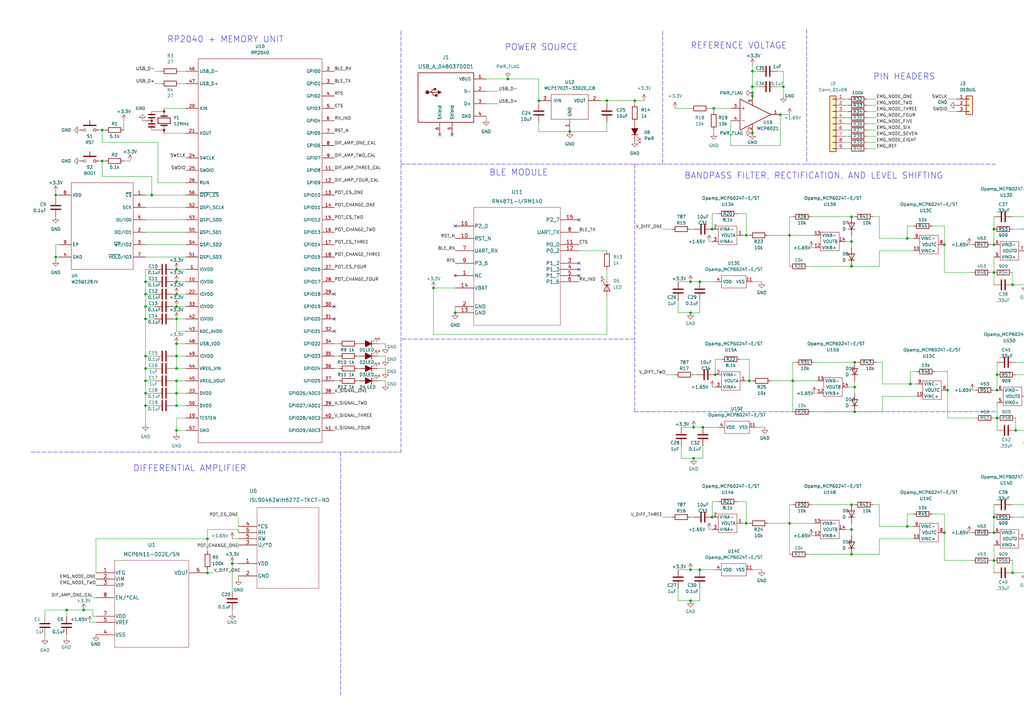
<source format=kicad_sch>
(kicad_sch (version 20211123) (generator eeschema)
  (paper "A3")
  (junction (at 287.02 115.57))
  (junction (at 420.37 102.87))
  (junction (at 614.68 184.15))
  (junction (at 288.29 175.26))
  (junction (at 556.26 199.39))
  (junction (at 594.36 190.5))
  (junction (at 30.48 420.37))
  (junction (at 350.52 158.75))
  (junction (at 308.61 54.61))
  (junction (at 434.34 220.98))
  (junction (at 434.34 102.87))
  (junction (at 59.69 151.13))
  (junction (at 323.85 96.52))
  (junction (at 408.94 153.67))
  (junction (at 59.69 161.29))
  (junction (at 86.995 453.39))
  (junction (at 283.21 115.57))
  (junction (at 72.39 140.97))
  (junction (at 97.155 463.55))
  (junction (at 641.35 193.04))
  (junction (at 208.28 32.385))
  (junction (at 373.38 157.48))
  (junction (at 248.92 41.275))
  (junction (at 320.04 46.99))
  (junction (at 494.03 205.74))
  (junction (at 260.35 41.275))
  (junction (at 72.39 146.05))
  (junction (at 233.68 53.975))
  (junction (at 292.1 212.09))
  (junction (at 556.26 189.23))
  (junction (at 415.29 234.95))
  (junction (at 59.69 130.81))
  (junction (at 387.35 100.33))
  (junction (at 72.39 166.37))
  (junction (at 59.69 120.65))
  (junction (at 435.61 162.56))
  (junction (at 287.02 233.68))
  (junction (at 407.67 111.76))
  (junction (at 72.39 125.73))
  (junction (at 614.68 201.93))
  (junction (at 420.37 220.98))
  (junction (at 499.11 184.15))
  (junction (at 95.25 231.14))
  (junction (at 579.12 187.96))
  (junction (at 421.64 153.67))
  (junction (at 86.995 467.36))
  (junction (at 325.12 156.21))
  (junction (at 349.25 88.9))
  (junction (at 627.38 184.15))
  (junction (at 220.98 41.275))
  (junction (at 88.265 405.13))
  (junction (at 22.86 80.01))
  (junction (at 284.48 175.26))
  (junction (at 513.08 186.69))
  (junction (at 72.39 130.81))
  (junction (at 490.22 218.44))
  (junction (at 407.67 229.87))
  (junction (at 59.69 125.73))
  (junction (at 349.25 109.22))
  (junction (at 283.21 128.27))
  (junction (at 372.11 215.9))
  (junction (at 293.37 153.67))
  (junction (at 407.67 218.44))
  (junction (at 627.38 193.04))
  (junction (at 72.39 161.29))
  (junction (at 59.69 115.57))
  (junction (at 292.735 44.45))
  (junction (at 27.94 347.98))
  (junction (at 72.39 115.57))
  (junction (at 72.39 156.21))
  (junction (at 177.8 118.11))
  (junction (at 37.465 420.37))
  (junction (at 408.94 171.45))
  (junction (at 186.69 128.27))
  (junction (at 349.25 99.06))
  (junction (at 420.37 212.09))
  (junction (at 388.62 160.02))
  (junction (at 323.85 214.63))
  (junction (at 416.56 176.53))
  (junction (at 350.52 148.59))
  (junction (at 306.07 214.63))
  (junction (at 85.725 318.77))
  (junction (at 387.35 218.44))
  (junction (at 29.21 482.6))
  (junction (at 349.25 217.17))
  (junction (at 350.52 168.91))
  (junction (at 72.39 151.13))
  (junction (at 72.39 110.49))
  (junction (at 283.21 233.68))
  (junction (at 490.22 205.74))
  (junction (at 622.3 207.01))
  (junction (at 22.86 105.41))
  (junction (at 408.94 160.02))
  (junction (at 349.25 227.33))
  (junction (at 34.925 347.98))
  (junction (at 85.09 220.98))
  (junction (at 614.68 190.5))
  (junction (at 530.86 186.69))
  (junction (at 415.29 116.84))
  (junction (at 420.37 93.98))
  (junction (at 321.31 35.56))
  (junction (at 407.67 212.09))
  (junction (at 292.1 93.98))
  (junction (at 36.195 482.6))
  (junction (at 95.885 328.93))
  (junction (at 421.64 162.56))
  (junction (at 34.29 250.19))
  (junction (at 308.61 29.21))
  (junction (at 41.91 53.34))
  (junction (at 41.91 66.04))
  (junction (at 306.07 96.52))
  (junction (at 59.69 146.05))
  (junction (at 62.23 80.01))
  (junction (at 72.39 120.65))
  (junction (at 85.09 234.95))
  (junction (at 72.39 176.53))
  (junction (at 407.67 100.33))
  (junction (at 556.26 179.07))
  (junction (at 85.725 332.74))
  (junction (at 27.305 250.19))
  (junction (at 283.21 246.38))
  (junction (at 284.48 187.96))
  (junction (at 372.11 97.79))
  (junction (at 308.61 35.56))
  (junction (at 59.69 166.37))
  (junction (at 308.61 38.1))
  (junction (at 349.25 207.01))
  (junction (at 59.69 156.21))
  (junction (at 98.425 401.32))
  (junction (at 308.61 39.37))
  (junction (at 307.34 156.21))
  (junction (at 88.265 391.16))
  (junction (at 407.67 93.98))
  (no_connect (at 237.49 107.95))
  (no_connect (at 237.49 113.03))
  (no_connect (at 237.49 110.49))
  (no_connect (at 186.69 92.71))
  (no_connect (at 237.49 90.17))
  (no_connect (at 137.16 120.65))
  (no_connect (at 137.16 125.73))
  (no_connect (at 137.16 130.81))
  (no_connect (at 137.16 135.89))
  (no_connect (at 185.42 55.245))
  (no_connect (at 180.34 55.245))
  (wire (pts (xy 325.12 156.21) (xy 325.12 168.91)))
  (wire (pts (xy 30.48 422.91) (xy 30.48 420.37)))
  (wire (pts (xy 530.86 186.69) (xy 530.86 199.39)))
  (wire (pts (xy 62.23 80.01) (xy 76.2 80.01)))
  (wire (pts (xy 38.735 350.52) (xy 40.005 350.52)))
  (wire (pts (xy 59.69 156.21) (xy 63.5 156.21)))
  (wire (pts (xy 323.85 207.01) (xy 325.12 207.01)))
  (wire (pts (xy 62.23 72.39) (xy 62.23 80.01)))
  (wire (pts (xy 22.86 80.01) (xy 24.13 80.01)))
  (wire (pts (xy 22.86 81.28) (xy 22.86 80.01)))
  (wire (pts (xy 420.37 207.01) (xy 420.37 212.09)))
  (wire (pts (xy 372.11 210.82) (xy 372.11 215.9)))
  (wire (pts (xy 346.71 217.17) (xy 349.25 217.17)))
  (wire (pts (xy 407.67 223.52) (xy 407.67 229.87)))
  (wire (pts (xy 59.69 130.81) (xy 59.69 146.05)))
  (wire (pts (xy 407.67 111.76) (xy 407.67 116.84)))
  (wire (pts (xy 485.14 205.74) (xy 490.22 205.74)))
  (wire (pts (xy 290.83 217.17) (xy 292.1 217.17)))
  (wire (pts (xy 614.68 184.15) (xy 614.68 190.5)))
  (polyline (pts (xy 260.35 67.31) (xy 260.35 139.065)))
  (wire (pts (xy 565.15 179.07) (xy 567.69 179.07)))
  (wire (pts (xy 530.86 179.07) (xy 532.13 179.07)))
  (wire (pts (xy 72.39 156.21) (xy 76.2 156.21)))
  (wire (pts (xy 349.25 227.33) (xy 360.68 227.33)))
  (wire (pts (xy 72.39 161.29) (xy 72.39 166.37)))
  (wire (pts (xy 302.26 87.63) (xy 306.07 87.63)))
  (wire (pts (xy 146.685 140.97) (xy 147.32 140.97)))
  (wire (pts (xy 27.94 347.98) (xy 34.925 347.98)))
  (wire (pts (xy 42.545 391.16) (xy 88.265 391.16)))
  (wire (pts (xy 85.09 233.68) (xy 85.09 234.95)))
  (wire (pts (xy 408.94 171.45) (xy 408.94 176.53)))
  (wire (pts (xy 71.12 151.13) (xy 72.39 151.13)))
  (wire (pts (xy 556.26 186.69) (xy 556.26 189.23)))
  (wire (pts (xy 97.155 463.55) (xy 99.695 463.55)))
  (wire (pts (xy 361.95 157.48) (xy 373.38 157.48)))
  (wire (pts (xy 407.67 93.98) (xy 407.67 100.33)))
  (wire (pts (xy 71.12 110.49) (xy 72.39 110.49)))
  (wire (pts (xy 199.39 32.385) (xy 208.28 32.385)))
  (wire (pts (xy 59.69 151.13) (xy 63.5 151.13)))
  (polyline (pts (xy 260.35 168.91) (xy 408.94 168.91)))
  (wire (pts (xy 290.83 44.45) (xy 292.735 44.45)))
  (wire (pts (xy 59.69 161.29) (xy 63.5 161.29)))
  (wire (pts (xy 415.29 93.98) (xy 420.37 93.98)))
  (wire (pts (xy 308.61 26.67) (xy 308.61 29.21)))
  (wire (pts (xy 292.735 44.45) (xy 292.735 45.72)))
  (wire (pts (xy 59.69 161.29) (xy 59.69 156.21)))
  (wire (pts (xy 88.265 387.35) (xy 100.965 387.35)))
  (wire (pts (xy 85.09 226.06) (xy 85.09 220.98)))
  (wire (pts (xy 38.1 245.11) (xy 39.37 245.11)))
  (wire (pts (xy 97.79 236.22) (xy 97.79 237.49)))
  (wire (pts (xy 360.68 102.87) (xy 374.65 102.87)))
  (wire (pts (xy 88.265 396.24) (xy 88.265 391.16)))
  (wire (pts (xy 284.48 153.67) (xy 285.75 153.67)))
  (wire (pts (xy 388.62 152.4) (xy 388.62 160.02)))
  (wire (pts (xy 406.4 100.33) (xy 407.67 100.33)))
  (wire (pts (xy 98.425 334.01) (xy 98.425 335.28)))
  (wire (pts (xy 292.1 205.74) (xy 292.1 212.09)))
  (wire (pts (xy 407.67 212.09) (xy 407.67 218.44)))
  (wire (pts (xy 20.32 485.14) (xy 20.32 482.6)))
  (wire (pts (xy 199.39 47.625) (xy 199.39 48.895)))
  (wire (pts (xy 41.91 53.34) (xy 43.18 53.34)))
  (wire (pts (xy 567.69 193.04) (xy 581.66 193.04)))
  (wire (pts (xy 95.885 318.77) (xy 98.425 318.77)))
  (wire (pts (xy 499.11 177.8) (xy 501.65 177.8)))
  (wire (pts (xy 41.275 422.91) (xy 42.545 422.91)))
  (wire (pts (xy 283.21 93.98) (xy 284.48 93.98)))
  (wire (pts (xy 323.85 96.52) (xy 323.85 109.22)))
  (wire (pts (xy 21.59 422.91) (xy 21.59 420.37)))
  (wire (pts (xy 420.37 102.87) (xy 426.72 102.87)))
  (wire (pts (xy 27.94 358.14) (xy 27.94 359.41)))
  (wire (pts (xy 27.94 350.52) (xy 27.94 347.98)))
  (wire (pts (xy 36.195 482.6) (xy 40.005 482.6)))
  (wire (pts (xy 20.32 482.6) (xy 29.21 482.6)))
  (wire (pts (xy 29.21 482.6) (xy 36.195 482.6)))
  (wire (pts (xy 406.4 111.76) (xy 407.67 111.76)))
  (wire (pts (xy 420.37 212.09) (xy 420.37 220.98)))
  (wire (pts (xy 627.38 193.04) (xy 633.73 193.04)))
  (wire (pts (xy 521.97 186.69) (xy 530.86 186.69)))
  (wire (pts (xy 199.39 37.465) (xy 204.47 37.465)))
  (wire (pts (xy 347.98 55.88) (xy 346.71 55.88)))
  (wire (pts (xy 293.37 147.32) (xy 295.91 147.32)))
  (wire (pts (xy 334.01 161.29) (xy 335.28 161.29)))
  (wire (pts (xy 19.05 347.98) (xy 27.94 347.98)))
  (wire (pts (xy 349.25 214.63) (xy 349.25 217.17)))
  (wire (pts (xy 38.1 250.19) (xy 38.1 252.73)))
  (wire (pts (xy 98.425 314.96) (xy 98.425 316.23)))
  (wire (pts (xy 359.41 40.64) (xy 355.6 40.64)))
  (wire (pts (xy 99.695 468.63) (xy 99.695 469.9)))
  (wire (pts (xy 331.47 109.22) (xy 349.25 109.22)))
  (wire (pts (xy 331.47 227.33) (xy 349.25 227.33)))
  (wire (pts (xy 40.005 318.77) (xy 40.005 332.74)))
  (wire (pts (xy 271.78 212.09) (xy 275.59 212.09)))
  (wire (pts (xy 72.39 151.13) (xy 76.2 151.13)))
  (wire (pts (xy 387.35 229.87) (xy 398.78 229.87)))
  (wire (pts (xy 40.64 53.34) (xy 41.91 53.34)))
  (wire (pts (xy 59.69 166.37) (xy 59.69 173.99)))
  (wire (pts (xy 85.725 323.85) (xy 85.725 318.77)))
  (wire (pts (xy 407.67 229.87) (xy 407.67 234.95)))
  (wire (pts (xy 350.52 156.21) (xy 350.52 158.75)))
  (wire (pts (xy 318.77 29.21) (xy 321.31 29.21)))
  (wire (pts (xy 556.26 199.39) (xy 567.69 199.39)))
  (wire (pts (xy 360.68 215.9) (xy 372.11 215.9)))
  (wire (pts (xy 237.49 102.87) (xy 248.92 102.87)))
  (wire (pts (xy 72.39 176.53) (xy 72.39 177.8)))
  (wire (pts (xy 72.39 140.97) (xy 72.39 146.05)))
  (wire (pts (xy 306.07 96.52) (xy 304.8 96.52)))
  (wire (pts (xy 308.61 53.34) (xy 308.61 54.61)))
  (wire (pts (xy 88.265 332.74) (xy 85.725 332.74)))
  (wire (pts (xy 154.94 156.21) (xy 158.115 156.21)))
  (wire (pts (xy 494.03 213.36) (xy 494.03 218.44)))
  (wire (pts (xy 374.65 92.71) (xy 372.11 92.71)))
  (wire (pts (xy 71.12 156.21) (xy 72.39 156.21)))
  (wire (pts (xy 416.56 153.67) (xy 421.64 153.67)))
  (wire (pts (xy 95.25 250.19) (xy 95.25 251.46)))
  (wire (pts (xy 59.69 85.09) (xy 76.2 85.09)))
  (wire (pts (xy 137.16 140.97) (xy 139.065 140.97)))
  (wire (pts (xy 485.14 213.36) (xy 485.14 218.44)))
  (wire (pts (xy 41.275 453.39) (xy 86.995 453.39)))
  (wire (pts (xy 72.39 130.81) (xy 76.2 130.81)))
  (wire (pts (xy 513.08 177.8) (xy 513.08 186.69)))
  (wire (pts (xy 359.41 43.18) (xy 355.6 43.18)))
  (wire (pts (xy 29.21 485.14) (xy 29.21 482.6)))
  (wire (pts (xy 420.37 88.9) (xy 420.37 93.98)))
  (wire (pts (xy 97.155 463.55) (xy 97.155 474.98)))
  (wire (pts (xy 19.05 350.52) (xy 19.05 347.98)))
  (wire (pts (xy 283.21 233.68) (xy 287.02 233.68)))
  (wire (pts (xy 349.25 217.17) (xy 349.25 219.71)))
  (wire (pts (xy 567.69 187.96) (xy 579.12 187.96)))
  (wire (pts (xy 38.735 487.68) (xy 41.275 487.68)))
  (wire (pts (xy 382.27 92.71) (xy 387.35 92.71)))
  (wire (pts (xy 514.35 186.69) (xy 513.08 186.69)))
  (wire (pts (xy 613.41 190.5) (xy 614.68 190.5)))
  (wire (pts (xy 71.12 166.37) (xy 72.39 166.37)))
  (wire (pts (xy 359.41 53.34) (xy 355.6 53.34)))
  (wire (pts (xy 539.75 179.07) (xy 556.26 179.07)))
  (wire (pts (xy 72.39 130.81) (xy 72.39 135.89)))
  (wire (pts (xy 246.38 41.275) (xy 248.92 41.275)))
  (wire (pts (xy 72.39 135.89) (xy 76.2 135.89)))
  (wire (pts (xy 283.21 212.09) (xy 284.48 212.09)))
  (wire (pts (xy 388.62 171.45) (xy 400.05 171.45)))
  (wire (pts (xy 100.965 387.35) (xy 100.965 388.62)))
  (wire (pts (xy 85.725 318.77) (xy 85.725 314.96)))
  (wire (pts (xy 59.69 100.33) (xy 76.2 100.33)))
  (wire (pts (xy 497.84 189.23) (xy 499.11 189.23)))
  (wire (pts (xy 323.85 96.52) (xy 334.01 96.52)))
  (wire (pts (xy 278.13 128.27) (xy 283.21 128.27)))
  (wire (pts (xy 415.29 116.84) (xy 415.29 111.76)))
  (wire (pts (xy 72.39 120.65) (xy 76.2 120.65)))
  (wire (pts (xy 284.48 175.26) (xy 288.29 175.26)))
  (wire (pts (xy 36.83 255.27) (xy 39.37 255.27)))
  (wire (pts (xy 41.91 53.34) (xy 41.91 58.42)))
  (wire (pts (xy 308.61 39.37) (xy 308.61 40.64)))
  (wire (pts (xy 372.11 215.9) (xy 374.65 215.9)))
  (wire (pts (xy 86.995 453.39) (xy 86.995 449.58)))
  (wire (pts (xy 579.12 187.96) (xy 581.66 187.96)))
  (wire (pts (xy 283.21 246.38) (xy 287.02 246.38)))
  (wire (pts (xy 557.53 179.07) (xy 556.26 179.07)))
  (wire (pts (xy 347.98 60.96) (xy 346.71 60.96)))
  (wire (pts (xy 85.09 220.98) (xy 85.09 217.17)))
  (wire (pts (xy 373.38 157.48) (xy 375.92 157.48)))
  (wire (pts (xy 88.265 391.16) (xy 88.265 387.35)))
  (wire (pts (xy 359.41 45.72) (xy 355.6 45.72)))
  (wire (pts (xy 321.31 35.56) (xy 321.31 39.37)))
  (wire (pts (xy 622.3 207.01) (xy 627.38 207.01)))
  (wire (pts (xy 347.98 50.8) (xy 346.71 50.8)))
  (wire (pts (xy 41.91 66.04) (xy 43.18 66.04)))
  (wire (pts (xy 490.22 205.74) (xy 494.03 205.74)))
  (wire (pts (xy 349.25 96.52) (xy 349.25 99.06)))
  (wire (pts (xy 594.36 201.93) (xy 605.79 201.93)))
  (wire (pts (xy 360.68 88.9) (xy 360.68 97.79)))
  (wire (pts (xy 397.51 100.33) (xy 398.78 100.33)))
  (wire (pts (xy 59.69 166.37) (xy 59.69 161.29)))
  (wire (pts (xy 98.425 309.88) (xy 98.425 313.69)))
  (wire (pts (xy 248.92 121.92) (xy 248.92 137.16)))
  (wire (pts (xy 288.29 175.26) (xy 294.64 175.26)))
  (wire (pts (xy 278.13 233.68) (xy 283.21 233.68)))
  (wire (pts (xy 594.36 201.93) (xy 594.36 190.5)))
  (wire (pts (xy 73.66 29.21) (xy 76.2 29.21)))
  (wire (pts (xy 40.005 318.77) (xy 85.725 318.77)))
  (wire (pts (xy 276.86 44.45) (xy 283.21 44.45)))
  (wire (pts (xy 279.4 187.96) (xy 284.48 187.96)))
  (wire (pts (xy 59.69 95.25) (xy 76.2 95.25)))
  (wire (pts (xy 87.63 234.95) (xy 85.09 234.95)))
  (wire (pts (xy 299.72 59.69) (xy 320.04 59.69)))
  (wire (pts (xy 97.79 224.79) (xy 97.79 223.52)))
  (wire (pts (xy 303.53 147.32) (xy 307.34 147.32)))
  (wire (pts (xy 71.12 130.81) (xy 72.39 130.81)))
  (wire (pts (xy 233.68 53.975) (xy 248.92 53.975)))
  (wire (pts (xy 137.16 156.21) (xy 139.065 156.21)))
  (wire (pts (xy 71.12 120.65) (xy 72.39 120.65)))
  (wire (pts (xy 408.94 153.67) (xy 408.94 160.02)))
  (wire (pts (xy 72.39 171.45) (xy 72.39 176.53)))
  (polyline (pts (xy 260.35 139.7) (xy 260.35 168.91)))
  (wire (pts (xy 38.735 347.98) (xy 38.735 350.52)))
  (wire (pts (xy 614.68 179.07) (xy 614.68 184.15)))
  (wire (pts (xy 407.67 171.45) (xy 408.94 171.45)))
  (wire (pts (xy 347.98 158.75) (xy 350.52 158.75)))
  (wire (pts (xy 283.21 115.57) (xy 287.02 115.57)))
  (wire (pts (xy 530.86 186.69) (xy 541.02 186.69)))
  (wire (pts (xy 416.56 176.53) (xy 416.56 171.45)))
  (wire (pts (xy 594.36 182.88) (xy 594.36 190.5)))
  (wire (pts (xy 21.59 430.53) (xy 21.59 431.8)))
  (wire (pts (xy 59.69 151.13) (xy 59.69 146.05)))
  (wire (pts (xy 29.21 492.76) (xy 29.21 494.03)))
  (wire (pts (xy 416.56 176.53) (xy 421.64 176.53)))
  (wire (pts (xy 581.66 182.88) (xy 579.12 182.88)))
  (wire (pts (xy 420.37 93.98) (xy 420.37 102.87)))
  (wire (pts (xy 177.8 137.16) (xy 248.92 137.16)))
  (wire (pts (xy 38.1 252.73) (xy 39.37 252.73)))
  (wire (pts (xy 509.27 177.8) (xy 513.08 177.8)))
  (wire (pts (xy 18.415 252.73) (xy 18.415 250.19)))
  (wire (pts (xy 373.38 152.4) (xy 373.38 157.48)))
  (wire (pts (xy 34.925 347.98) (xy 38.735 347.98)))
  (wire (pts (xy 99.695 457.2) (xy 99.695 455.93)))
  (wire (pts (xy 388.62 40.64) (xy 392.43 40.64)))
  (wire (pts (xy 260.35 41.275) (xy 264.16 41.275)))
  (wire (pts (xy 41.91 72.39) (xy 62.23 72.39)))
  (wire (pts (xy 406.4 229.87) (xy 407.67 229.87)))
  (wire (pts (xy 388.62 45.72) (xy 392.43 45.72)))
  (wire (pts (xy 614.68 195.58) (xy 614.68 201.93)))
  (wire (pts (xy 388.62 171.45) (xy 388.62 160.02)))
  (wire (pts (xy 347.98 53.34) (xy 346.71 53.34)))
  (polyline (pts (xy 271.78 67.31) (xy 408.305 67.31)))
  (wire (pts (xy 271.78 93.98) (xy 275.59 93.98)))
  (wire (pts (xy 41.275 415.29) (xy 42.545 415.29)))
  (wire (pts (xy 530.86 186.69) (xy 530.86 179.07)))
  (wire (pts (xy 64.77 58.42) (xy 64.77 74.93)))
  (wire (pts (xy 18.415 250.19) (xy 27.305 250.19)))
  (wire (pts (xy 308.61 35.56) (xy 311.15 35.56)))
  (wire (pts (xy 72.39 115.57) (xy 76.2 115.57)))
  (wire (pts (xy 59.69 146.05) (xy 63.5 146.05)))
  (wire (pts (xy 97.79 217.17) (xy 97.79 218.44)))
  (wire (pts (xy 641.35 203.2) (xy 641.35 200.66)))
  (wire (pts (xy 347.98 48.26) (xy 346.71 48.26)))
  (wire (pts (xy 72.39 110.49) (xy 76.2 110.49)))
  (wire (pts (xy 434.34 220.98) (xy 441.96 220.98)))
  (wire (pts (xy 387.35 111.76) (xy 398.78 111.76)))
  (wire (pts (xy 387.35 111.76) (xy 387.35 100.33)))
  (wire (pts (xy 538.48 199.39) (xy 556.26 199.39)))
  (wire (pts (xy 86.995 458.47) (xy 86.995 453.39)))
  (wire (pts (xy 284.48 187.96) (xy 288.29 187.96)))
  (wire (pts (xy 494.03 205.74) (xy 500.38 205.74)))
  (wire (pts (xy 323.85 96.52) (xy 323.85 88.9)))
  (wire (pts (xy 308.61 29.21) (xy 311.15 29.21)))
  (wire (pts (xy 220.98 53.975) (xy 233.68 53.975)))
  (wire (pts (xy 100.965 406.4) (xy 100.965 407.67)))
  (wire (pts (xy 320.04 59.69) (xy 320.04 46.99)))
  (wire (pts (xy 146.685 151.13) (xy 147.32 151.13)))
  (polyline (pts (xy 407.67 210.82) (xy 408.94 210.82)))
  (wire (pts (xy 260.35 41.275) (xy 260.35 42.545)))
  (wire (pts (xy 41.275 420.37) (xy 41.275 422.91)))
  (wire (pts (xy 63.5 29.21) (xy 66.04 29.21)))
  (wire (pts (xy 347.98 40.64) (xy 346.71 40.64)))
  (wire (pts (xy 154.94 140.97) (xy 158.115 140.97)))
  (wire (pts (xy 292.735 53.34) (xy 292.735 54.61)))
  (wire (pts (xy 307.34 214.63) (xy 306.07 214.63)))
  (wire (pts (xy 39.37 220.98) (xy 85.09 220.98)))
  (wire (pts (xy 278.13 115.57) (xy 283.21 115.57)))
  (wire (pts (xy 350.52 168.91) (xy 361.95 168.91)))
  (wire (pts (xy 27.305 260.35) (xy 27.305 261.62)))
  (wire (pts (xy 158.115 146.05) (xy 158.115 147.32)))
  (wire (pts (xy 59.69 125.73) (xy 59.69 120.65)))
  (wire (pts (xy 88.265 403.86) (xy 88.265 405.13)))
  (wire (pts (xy 72.39 176.53) (xy 76.2 176.53)))
  (wire (pts (xy 220.98 41.275) (xy 220.98 42.545)))
  (wire (pts (xy 321.31 29.21) (xy 321.31 35.56)))
  (wire (pts (xy 99.695 449.58) (xy 99.695 450.85)))
  (wire (pts (xy 361.95 148.59) (xy 361.95 157.48)))
  (wire (pts (xy 42.545 391.16) (xy 42.545 405.13)))
  (wire (pts (xy 407.67 105.41) (xy 407.67 111.76)))
  (wire (pts (xy 72.39 146.05) (xy 72.39 151.13)))
  (wire (pts (xy 350.52 88.9) (xy 349.25 88.9)))
  (wire (pts (xy 627.38 184.15) (xy 627.38 193.04)))
  (wire (pts (xy 622.3 179.07) (xy 627.38 179.07)))
  (wire (pts (xy 398.78 160.02) (xy 400.05 160.02)))
  (wire (pts (xy 360.68 207.01) (xy 360.68 215.9)))
  (wire (pts (xy 359.41 58.42) (xy 355.6 58.42)))
  (wire (pts (xy 316.23 156.21) (xy 325.12 156.21)))
  (wire (pts (xy 41.91 66.04) (xy 41.91 72.39)))
  (wire (pts (xy 308.61 156.21) (xy 307.34 156.21)))
  (wire (pts (xy 434.34 113.03) (xy 434.34 110.49)))
  (wire (pts (xy 349.25 99.06) (xy 349.25 101.6)))
  (wire (pts (xy 89.535 467.36) (xy 86.995 467.36)))
  (wire (pts (xy 24.13 105.41) (xy 22.86 105.41)))
  (wire (pts (xy 98.425 322.58) (xy 98.425 321.31)))
  (wire (pts (xy 59.69 130.81) (xy 59.69 125.73)))
  (wire (pts (xy 325.12 148.59) (xy 326.39 148.59)))
  (wire (pts (xy 306.07 87.63) (xy 306.07 96.52)))
  (wire (pts (xy 387.35 210.82) (xy 387.35 218.44)))
  (wire (pts (xy 360.68 220.98) (xy 360.68 227.33)))
  (wire (pts (xy 334.01 148.59) (xy 350.52 148.59)))
  (wire (pts (xy 622.3 207.01) (xy 622.3 201.93)))
  (wire (pts (xy 279.4 175.26) (xy 284.48 175.26)))
  (wire (pts (xy 186.69 125.73) (xy 186.69 128.27)))
  (wire (pts (xy 30.48 420.37) (xy 37.465 420.37)))
  (wire (pts (xy 372.11 92.71) (xy 372.11 97.79)))
  (polyline (pts (xy 12.7 185.42) (xy 164.465 185.42)))
  (wire (pts (xy 347.98 45.72) (xy 346.71 45.72)))
  (wire (pts (xy 307.34 96.52) (xy 306.07 96.52)))
  (wire (pts (xy 24.13 100.33) (xy 22.86 100.33)))
  (polyline (pts (xy 139.7 185.42) (xy 139.7 285.115)))
  (wire (pts (xy 208.28 32.385) (xy 220.98 32.385)))
  (wire (pts (xy 72.39 161.29) (xy 76.2 161.29)))
  (wire (pts (xy 37.465 353.06) (xy 40.005 353.06)))
  (wire (pts (xy 40.005 485.14) (xy 41.275 485.14)))
  (wire (pts (xy 320.04 46.99) (xy 323.85 46.99)))
  (wire (pts (xy 38.735 342.9) (xy 40.005 342.9)))
  (wire (pts (xy 19.05 358.14) (xy 19.05 359.41)))
  (wire (pts (xy 40.005 482.6) (xy 40.005 485.14)))
  (wire (pts (xy 302.26 205.74) (xy 306.07 205.74)))
  (wire (pts (xy 292.1 158.75) (xy 293.37 158.75)))
  (wire (pts (xy 332.74 219.71) (xy 334.01 219.71)))
  (wire (pts (xy 292.1 87.63) (xy 292.1 93.98)))
  (wire (pts (xy 72.39 146.05) (xy 76.2 146.05)))
  (wire (pts (xy 177.8 118.11) (xy 186.69 118.11)))
  (wire (pts (xy 299.72 49.53) (xy 299.72 59.69)))
  (wire (pts (xy 71.12 115.57) (xy 72.39 115.57)))
  (wire (pts (xy 308.61 35.56) (xy 308.61 38.1)))
  (wire (pts (xy 41.91 58.42) (xy 64.77 58.42)))
  (wire (pts (xy 59.69 49.53) (xy 58.42 49.53)))
  (wire (pts (xy 85.725 331.47) (xy 85.725 332.74)))
  (wire (pts (xy 387.35 229.87) (xy 387.35 218.44)))
  (wire (pts (xy 318.77 35.56) (xy 321.31 35.56)))
  (polyline (pts (xy 164.465 12.7) (xy 164.465 185.42)))
  (wire (pts (xy 604.52 190.5) (xy 605.79 190.5)))
  (wire (pts (xy 40.64 66.04) (xy 41.91 66.04)))
  (wire (pts (xy 351.79 148.59) (xy 350.52 148.59)))
  (wire (pts (xy 199.39 42.545) (xy 204.47 42.545)))
  (wire (pts (xy 435.61 162.56) (xy 443.23 162.56)))
  (wire (pts (xy 346.71 99.06) (xy 349.25 99.06)))
  (wire (pts (xy 37.465 420.37) (xy 41.275 420.37)))
  (polyline (pts (xy 271.78 12.7) (xy 271.78 67.31)))
  (wire (pts (xy 415.29 212.09) (xy 420.37 212.09)))
  (wire (pts (xy 64.77 74.93) (xy 76.2 74.93)))
  (wire (pts (xy 59.69 120.65) (xy 59.69 115.57)))
  (wire (pts (xy 408.94 165.1) (xy 408.94 171.45)))
  (wire (pts (xy 41.275 453.39) (xy 41.275 467.36)))
  (wire (pts (xy 415.29 234.95) (xy 420.37 234.95)))
  (wire (pts (xy 478.79 184.15) (xy 482.6 184.15)))
  (wire (pts (xy 98.425 391.16) (xy 100.965 391.16)))
  (wire (pts (xy 579.12 182.88) (xy 579.12 187.96)))
  (wire (pts (xy 415.29 116.84) (xy 420.37 116.84)))
  (wire (pts (xy 67.31 44.45) (xy 76.2 44.45)))
  (wire (pts (xy 72.39 156.21) (xy 72.39 161.29)))
  (wire (pts (xy 154.94 146.05) (xy 158.115 146.05)))
  (wire (pts (xy 67.31 54.61) (xy 76.2 54.61)))
  (wire (pts (xy 415.29 234.95) (xy 415.29 229.87)))
  (wire (pts (xy 59.69 130.81) (xy 63.5 130.81)))
  (wire (pts (xy 99.695 444.5) (xy 99.695 448.31)))
  (wire (pts (xy 248.92 41.275) (xy 248.92 42.545)))
  (wire (pts (xy 27.305 250.19) (xy 34.29 250.19)))
  (wire (pts (xy 95.25 231.14) (xy 97.79 231.14)))
  (wire (pts (xy 220.98 50.165) (xy 220.98 53.975)))
  (wire (pts (xy 40.005 425.45) (xy 42.545 425.45)))
  (wire (pts (xy 361.95 162.56) (xy 375.92 162.56)))
  (wire (pts (xy 86.995 449.58) (xy 99.695 449.58)))
  (wire (pts (xy 283.21 128.27) (xy 287.02 128.27)))
  (wire (pts (xy 59.69 156.21) (xy 59.69 151.13)))
  (wire (pts (xy 85.725 314.96) (xy 98.425 314.96)))
  (wire (pts (xy 287.02 115.57) (xy 293.37 115.57)))
  (wire (pts (xy 278.13 123.19) (xy 278.13 128.27)))
  (wire (pts (xy 98.425 420.37) (xy 98.425 421.64)))
  (wire (pts (xy 97.79 212.09) (xy 97.79 215.9)))
  (wire (pts (xy 59.69 115.57) (xy 63.5 115.57)))
  (wire (pts (xy 539.75 191.77) (xy 541.02 191.77)))
  (wire (pts (xy 332.74 101.6) (xy 334.01 101.6)))
  (wire (pts (xy 59.69 105.41) (xy 76.2 105.41)))
  (wire (pts (xy 71.12 161.29) (xy 72.39 161.29)))
  (wire (pts (xy 22.86 105.41) (xy 22.86 106.68)))
  (wire (pts (xy 406.4 218.44) (xy 407.67 218.44)))
  (wire (pts (xy 137.16 151.13) (xy 139.065 151.13)))
  (wire (pts (xy 95.885 347.98) (xy 95.885 349.25)))
  (wire (pts (xy 622.3 184.15) (xy 627.38 184.15)))
  (wire (pts (xy 278.13 241.3) (xy 278.13 246.38)))
  (wire (pts (xy 59.69 115.57) (xy 59.69 110.49)))
  (wire (pts (xy 100.965 382.27) (xy 100.965 386.08)))
  (wire (pts (xy 306.07 214.63) (xy 304.8 214.63)))
  (wire (pts (xy 292.1 205.74) (xy 294.64 205.74)))
  (wire (pts (xy 50.8 49.53) (xy 50.8 53.34)))
  (wire (pts (xy 72.39 125.73) (xy 76.2 125.73)))
  (wire (pts (xy 553.72 189.23) (xy 556.26 189.23)))
  (wire (pts (xy 146.685 146.05) (xy 147.32 146.05)))
  (wire (pts (xy 72.39 140.97) (xy 76.2 140.97)))
  (wire (pts (xy 50.8 66.04) (xy 53.34 66.04)))
  (wire (pts (xy 86.995 466.09) (xy 86.995 467.36)))
  (wire (pts (xy 20.32 492.76) (xy 20.32 494.03)))
  (wire (pts (xy 589.28 182.88) (xy 594.36 182.88)))
  (wire (pts (xy 85.09 217.17) (xy 97.79 217.17)))
  (wire (pts (xy 72.39 171.45) (xy 76.2 171.45)))
  (wire (pts (xy 97.155 453.39) (xy 99.695 453.39)))
  (wire (pts (xy 627.38 179.07) (xy 627.38 184.15)))
  (wire (pts (xy 98.425 401.32) (xy 100.965 401.32)))
  (wire (pts (xy 374.65 210.82) (xy 372.11 210.82)))
  (wire (pts (xy 73.66 34.29) (xy 76.2 34.29)))
  (wire (pts (xy 349.25 109.22) (xy 360.68 109.22)))
  (wire (pts (xy 63.5 34.29) (xy 66.04 34.29)))
  (wire (pts (xy 347.98 58.42) (xy 346.71 58.42)))
  (wire (pts (xy 359.41 55.88) (xy 355.6 55.88)))
  (wire (pts (xy 420.37 220.98) (xy 426.72 220.98)))
  (wire (pts (xy 22.86 100.33) (xy 22.86 105.41)))
  (wire (pts (xy 556.26 189.23) (xy 556.26 191.77)))
  (wire (pts (xy 359.41 48.26) (xy 355.6 48.26)))
  (wire (pts (xy 567.69 193.04) (xy 567.69 199.39)))
  (wire (pts (xy 59.69 125.73) (xy 63.5 125.73)))
  (wire (pts (xy 22.86 78.74) (xy 22.86 80.01)))
  (wire (pts (xy 95.885 328.93) (xy 95.885 340.36)))
  (wire (pts (xy 59.69 166.37) (xy 63.5 166.37)))
  (wire (pts (xy 361.95 162.56) (xy 361.95 168.91)))
  (wire (pts (xy 499.11 177.8) (xy 499.11 184.15)))
  (wire (pts (xy 59.69 90.17) (xy 76.2 90.17)))
  (wire (pts (xy 34.29 250.19) (xy 38.1 250.19)))
  (wire (pts (xy 306.07 205.74) (xy 306.07 214.63)))
  (wire (pts (xy 358.14 207.01) (xy 360.68 207.01)))
  (wire (pts (xy 288.29 182.88) (xy 288.29 187.96)))
  (wire (pts (xy 407.67 88.9) (xy 407.67 93.98)))
  (wire (pts (xy 332.74 88.9) (xy 349.25 88.9)))
  (wire (pts (xy 154.94 151.13) (xy 158.115 151.13)))
  (wire (pts (xy 360.68 97.79) (xy 372.11 97.79)))
  (wire (pts (xy 387.35 92.71) (xy 387.35 100.33)))
  (wire (pts (xy 248.92 110.49) (xy 248.92 114.3)))
  (wire (pts (xy 358.14 88.9) (xy 360.68 88.9)))
  (wire (pts (xy 158.115 140.97) (xy 158.115 142.24)))
  (wire (pts (xy 397.51 218.44) (xy 398.78 218.44)))
  (wire (pts (xy 485.14 218.44) (xy 490.22 218.44)))
  (wire (pts (xy 220.98 32.385) (xy 220.98 41.275)))
  (wire (pts (xy 308.61 29.21) (xy 308.61 35.56)))
  (wire (pts (xy 100.965 394.97) (xy 100.965 393.7)))
  (wire (pts (xy 415.29 88.9) (xy 420.37 88.9)))
  (wire (pts (xy 407.67 207.01) (xy 407.67 212.09)))
  (wire (pts (xy 415.29 207.01) (xy 420.37 207.01)))
  (wire (pts (xy 137.16 146.05) (xy 139.065 146.05)))
  (wire (pts (xy 308.61 233.68) (xy 312.42 233.68)))
  (wire (pts (xy 98.425 401.32) (xy 98.425 412.75)))
  (wire (pts (xy 146.685 156.21) (xy 147.32 156.21)))
  (wire (pts (xy 434.34 231.14) (xy 434.34 228.6)))
  (wire (pts (xy 350.52 207.01) (xy 349.25 207.01)))
  (wire (pts (xy 515.62 205.74) (xy 519.43 205.74)))
  (wire (pts (xy 416.56 148.59) (xy 421.64 148.59)))
  (wire (pts (xy 359.41 50.8) (xy 355.6 50.8)))
  (wire (pts (xy 359.41 148.59) (xy 361.95 148.59)))
  (wire (pts (xy 158.115 151.13) (xy 158.115 152.4)))
  (wire (pts (xy 323.85 214.63) (xy 323.85 207.01)))
  (wire (pts (xy 435.61 172.72) (xy 435.61 170.18)))
  (wire (pts (xy 177.8 118.11) (xy 177.8 137.16)))
  (wire (pts (xy 347.98 43.18) (xy 346.71 43.18)))
  (wire (pts (xy 95.25 231.14) (xy 95.25 242.57)))
  (wire (pts (xy 273.05 153.67) (xy 276.86 153.67)))
  (polyline (pts (xy 260.35 139.065) (xy 164.465 139.065)))
  (wire (pts (xy 372.11 97.79) (xy 374.65 97.79)))
  (wire (pts (xy 408.94 148.59) (xy 408.94 153.67)))
  (wire (pts (xy 382.27 210.82) (xy 387.35 210.82)))
  (polyline (pts (xy 164.465 67.31) (xy 271.78 67.31)))
  (wire (pts (xy 97.155 482.6) (xy 97.155 483.87)))
  (wire (pts (xy 375.92 152.4) (xy 373.38 152.4)))
  (wire (pts (xy 308.61 115.57) (xy 312.42 115.57)))
  (wire (pts (xy 59.69 120.65) (xy 63.5 120.65)))
  (wire (pts (xy 308.61 38.1) (xy 308.61 39.37)))
  (wire (pts (xy 72.39 166.37) (xy 76.2 166.37)))
  (wire (pts (xy 513.08 186.69) (xy 511.81 186.69)))
  (wire (pts (xy 314.96 96.52) (xy 323.85 96.52)))
  (wire (pts (xy 307.34 147.32) (xy 307.34 156.21)))
  (wire (pts (xy 248.92 41.275) (xy 260.35 41.275)))
  (wire (pts (xy 307.34 156.21) (xy 306.07 156.21)))
  (wire (pts (xy 360.68 220.98) (xy 374.65 220.98)))
  (wire (pts (xy 332.74 207.01) (xy 349.25 207.01)))
  (wire (pts (xy 287.02 123.19) (xy 287.02 128.27)))
  (wire (pts (xy 421.64 153.67) (xy 421.64 162.56)))
  (wire (pts (xy 323.85 214.63) (xy 334.01 214.63)))
  (wire (pts (xy 59.69 80.01) (xy 62.23 80.01)))
  (wire (pts (xy 279.4 182.88) (xy 279.4 187.96)))
  (wire (pts (xy 332.74 168.91) (xy 350.52 168.91)))
  (wire (pts (xy 421.64 162.56) (xy 427.99 162.56)))
  (polyline (pts (xy 330.835 12.065) (xy 330.835 67.31)))
  (wire (pts (xy 383.54 152.4) (xy 388.62 152.4)))
  (wire (pts (xy 71.12 125.73) (xy 72.39 125.73)))
  (wire (pts (xy 325.12 156.21) (xy 335.28 156.21)))
  (wire (pts (xy 71.12 146.05) (xy 72.39 146.05)))
  (wire (pts (xy 613.41 201.93) (xy 614.68 201.93)))
  (wire (pts (xy 40.005 477.52) (xy 41.275 477.52)))
  (wire (pts (xy 59.69 110.49) (xy 63.5 110.49)))
  (wire (pts (xy 18.415 260.35) (xy 18.415 261.62)))
  (wire (pts (xy 490.22 218.44) (xy 494.03 218.44)))
  (wire (pts (xy 248.92 53.975) (xy 248.92 50.165)))
  (wire (pts (xy 158.115 156.21) (xy 158.115 157.48)))
  (wire (pts (xy 323.85 88.9) (xy 325.12 88.9)))
  (wire (pts (xy 421.64 148.59) (xy 421.64 153.67)))
  (wire (pts (xy 292.735 44.45) (xy 299.72 44.45)))
  (wire (pts (xy 567.69 179.07) (xy 567.69 187.96)))
  (wire (pts (xy 314.96 214.63) (xy 323.85 214.63)))
  (wire (pts (xy 95.25 220.98) (xy 97.79 220.98)))
  (wire (pts (xy 30.48 430.53) (xy 30.48 431.8)))
  (wire (pts (xy 641.35 193.04) (xy 648.97 193.04)))
  (wire (pts (xy 325.12 156.21) (xy 325.12 148.59)))
  (wire (pts (xy 21.59 420.37) (xy 30.48 420.37)))
  (wire (pts (xy 293.37 147.32) (xy 293.37 153.67)))
  (wire (pts (xy 290.83 99.06) (xy 292.1 99.06)))
  (wire (pts (xy 614.68 201.93) (xy 614.68 207.01)))
  (wire (pts (xy 490.22 184.15) (xy 491.49 184.15)))
  (wire (pts (xy 360.68 102.87) (xy 360.68 109.22)))
  (wire (pts (xy 309.88 175.26) (xy 313.69 175.26)))
  (wire (pts (xy 292.1 87.63) (xy 294.64 87.63)))
  (wire (pts (xy 90.805 405.13) (xy 88.265 405.13)))
  (wire (pts (xy 350.52 158.75) (xy 350.52 161.29)))
  (wire (pts (xy 27.305 252.73) (xy 27.305 250.19)))
  (wire (pts (xy 287.02 233.68) (xy 293.37 233.68)))
  (wire (pts (xy 287.02 241.3) (xy 287.02 246.38)))
  (wire (pts (xy 95.885 328.93) (xy 98.425 328.93)))
  (wire (pts (xy 323.85 214.63) (xy 323.85 227.33)))
  (wire (pts (xy 434.34 102.87) (xy 441.96 102.87)))
  (wire (pts (xy 407.67 160.02) (xy 408.94 160.02)))
  (wire (pts (xy 359.41 60.96) (xy 355.6 60.96)))
  (wire (pts (xy 278.13 246.38) (xy 283.21 246.38)))
  (wire (pts (xy 39.37 220.98) (xy 39.37 234.95)))
  (text "BLE MODULE" (at 200.66 72.39 0) (effects (font (size 2.54 2.54)) (justify left bottom)))
  (text "DIFFERENTIAL AMPLIFIER" (at 54.61 193.675 0) (effects (font (size 2.54 2.54)) (justify left bottom)))
  (text "BANDPASS FILTER, RECTIFICATION, AND LEVEL SHIFTING" (at 280.67 73.66 0) (effects (font (size 2.54 2.54)) (justify left bottom)))
  (text "PIN HEADERS" (at 358.14 33.02 0) (effects (font (size 2.54 2.54)) (justify left bottom)))
  (text "REFERENCE VOLTAGE" (at 283.21 20.32 0) (effects (font (size 2.54 2.54)) (justify left bottom)))
  (text "POWER SOURCE" (at 207.01 20.955 0) (effects (font (size 2.54 2.54)) (justify left bottom)))
  (text "RP2040 + MEMORY UNIT" (at 68.58 17.78 0) (effects (font (size 2.54 2.54)) (justify left bottom)))
  (label "POT_CS_ONE" (at 97.79 212.09 180))
  (label "POT_CHANGE_TWO" (at 137.16 95.25 0))
  (label "USB_D-" (at 204.47 37.465 0))
  (label "V_DIFF_FOUR" (at 89.535 467.36 0))
  (label "EMG_NODE_ONE" (at 39.37 237.49 180))
  (label "POT_CHANGE_FOUR" (at 99.695 457.2 180))
  (label "SWDIO" (at 76.2 69.85 180))
  (label "V_DIFF_TWO" (at 273.05 153.67 180))
  (label "POT_CS_ONE" (at 137.16 80.01 0))
  (label "V_DIFF_ONE" (at 87.63 234.95 0))
  (label "V_SIGNAL_TWO" (at 443.23 162.56 0))
  (label "USB_D+" (at 204.47 42.545 0))
  (label "BLE_TX" (at 137.16 34.29 0))
  (label "POT_CHANGE_FOUR" (at 137.16 115.57 0))
  (label "SWDIO" (at 388.62 45.72 180))
  (label "EMG_NODE_EIGHT" (at 359.41 58.42 0))
  (label "EMG_NODE_SEVEN" (at 359.41 55.88 0))
  (label "POT_CS_THREE" (at 137.16 100.33 0))
  (label "EMG_NODE_TWO" (at 359.41 43.18 0))
  (label "POT_CS_FOUR" (at 137.16 110.49 0))
  (label "V_SIGNAL_THREE" (at 441.96 220.98 0))
  (label "POT_CHANGE_THREE" (at 100.965 394.97 180))
  (label "RTS" (at 137.16 39.37 0))
  (label "V_SIGNAL_ONE" (at 137.16 161.29 0))
  (label "USB_D-" (at 63.5 29.21 180))
  (label "RST_N" (at 137.16 54.61 0))
  (label "DIF_AMP_THREE_CAL" (at 137.16 69.85 0))
  (label "SWCLK" (at 76.2 64.77 180))
  (label "EMG_NODE_FIVE" (at 42.545 407.67 180))
  (label "EMG_NODE_ONE" (at 359.41 40.64 0))
  (label "V_DIFF_THREE" (at 271.78 212.09 180))
  (label "EMG_NODE_THREE" (at 40.005 335.28 180))
  (label "POT_CHANGE_THREE" (at 137.16 105.41 0))
  (label "EMG_NODE_SIX" (at 42.545 410.21 180))
  (label "V_SIGNAL_FOUR" (at 137.16 176.53 0))
  (label "POT_CHANGE_ONE" (at 97.79 224.79 180))
  (label "DIF_AMP_ONE_CAL" (at 137.16 59.69 0))
  (label "CTS" (at 237.49 100.33 0))
  (label "POT_CHANGE_TWO" (at 98.425 322.58 180))
  (label "BLE_TX" (at 237.49 95.25 0))
  (label "EMG_NODE_THREE" (at 359.41 45.72 0))
  (label "V_DIFF_THREE" (at 90.805 405.13 0))
  (label "V_DIFF_TWO" (at 88.265 332.74 0))
  (label "EMG_NODE_FIVE" (at 359.41 50.8 0))
  (label "DIF_AMP_ONE_CAL" (at 38.1 245.11 180))
  (label "RTS" (at 186.69 107.95 180))
  (label "POT_CS_THREE" (at 100.965 382.27 180))
  (label "CTS" (at 137.16 44.45 0))
  (label "V_SIGNAL_THREE" (at 137.16 171.45 0))
  (label "DIF_AMP_FOUR_CAL" (at 40.005 477.52 180))
  (label "EMG_NODE_TWO" (at 39.37 240.03 180))
  (label "EMG_NODE_EIGHT" (at 41.275 472.44 180))
  (label "V_DIFF_FOUR" (at 478.79 184.15 180))
  (label "RX_IND" (at 237.49 115.57 0))
  (label "EMG_NODE_FOUR" (at 40.005 337.82 180))
  (label "POT_CS_TWO" (at 98.425 309.88 180))
  (label "DIF_AMP_TWO_CAL" (at 38.735 342.9 180))
  (label "POT_CS_FOUR" (at 99.695 444.5 180))
  (label "EMG_REF" (at 359.41 60.96 0))
  (label "V_SIGNAL_ONE" (at 441.96 102.87 0))
  (label "USB_D+" (at 63.5 34.29 180))
  (label "BLE_RX" (at 137.16 29.21 0))
  (label "BLE_RX" (at 186.69 102.87 180))
  (label "EMG_NODE_FOUR" (at 359.41 48.26 0))
  (label "DIF_AMP_FOUR_CAL" (at 137.16 74.93 0))
  (label "DIF_AMP_TWO_CAL" (at 137.16 64.77 0))
  (label "EMG_NODE_SEVEN" (at 41.275 469.9 180))
  (label "V_DIFF_ONE" (at 271.78 93.98 180))
  (label "V_SIGNAL_FOUR" (at 648.97 193.04 0))
  (label "RX_IND" (at 137.16 49.53 0))
  (label "EMG_NODE_SIX" (at 359.41 53.34 0))
  (label "V_SIGNAL_TWO" (at 137.16 166.37 0))
  (label "RST_N" (at 186.69 97.79 180))
  (label "POT_CHANGE_ONE" (at 137.16 85.09 0))
  (label "DIF_AMP_THREE_CAL" (at 41.275 415.29 180))
  (label "POT_CS_TWO" (at 137.16 90.17 0))
  (label "SWCLK" (at 388.62 40.64 180))
  (symbol (lib_name "Opamp_MCP6024T-E{slash}ST_4") (lib_id "Device:Opamp_MCP6024T-E{slash}ST") (at 414.02 220.98 0) (unit 4)
    (property "Reference" "U14" (at 412.75 198.12 0))
    (property "Value" "Opamp_MCP6024T-E/ST" (at 414.02 195.58 0))
    (property "Footprint" "MCP6024:MCP6024T" (effects hide))
  )
  (symbol (lib_id "Device:C") (at 495.3 184.15 90) (unit 1)
    (property "Reference" "C48" (at 495.3 181.61 90))
    (property "Value" "10uF" (at 495.3 179.07 90))
    (property "Footprint" "Capacitor_SMD:C_0603_1608Metric" (effects hide))
  )
  (symbol (lib_id "power:GND") (at 435.61 172.72 0) (mirror y) (unit 1)
    (property "Reference" "#PWR093" (effects hide))
    (property "Value" "GND" (at 435.61 177.165 0))
  )
  (symbol (lib_id "Device:R") (at 351.79 58.42 90) (unit 1)
    (property "Reference" "R39" (at 351.79 58.42 90))
    (property "Value" "100k" (effects hide))
    (property "Footprint" "Resistor_SMD:R_0603_1608Metric" (effects hide))
  )
  (symbol (lib_id "Device:C") (at 20.32 488.95 0) (unit 1)
    (property "Reference" "C3" (at 15.875 486.41 0) (effects (justify left)))
    (property "Value" "1uF" (at 16.51 491.49 0) (effects (justify left)))
    (property "Footprint" "Capacitor_SMD:C_0603_1608Metric" (effects hide))
  )
  (symbol (lib_id "power:GND") (at 59.69 173.99 0) (unit 1)
    (property "Reference" "#PWR029" (effects hide))
    (property "Value" "GND" (at 59.69 179.07 0))
  )
  (symbol (lib_id "Device:C") (at 27.94 354.33 0) (unit 1)
    (property "Reference" "C7" (at 25.4 351.79 0))
    (property "Value" "0.1uF" (at 24.765 356.87 0))
    (property "Footprint" "Capacitor_SMD:C_0603_1608Metric" (effects hide))
  )
  (symbol (lib_id "Device:C") (at 412.75 176.53 270) (unit 1)
    (property "Reference" "C42" (at 412.75 180.34 90))
    (property "Value" ".33uF" (at 412.75 182.88 90))
    (property "Footprint" "Capacitor_SMD:C_0603_1608Metric" (effects hide))
  )
  (symbol (lib_id "Device:R") (at 86.995 462.28 180) (unit 1)
    (property "Reference" "R7" (at 88.9 461.0099 0) (effects (justify right)))
    (property "Value" "100k" (at 88.9 463.5499 0) (effects (justify right)))
    (property "Footprint" "Resistor_SMD:R_0603_1608Metric" (effects hide))
  )
  (symbol (lib_name "+1.65V_3") (lib_id "Eclectronics:+1.65V") (at 37.465 349.25 0) (unit 1)
    (property "Reference" "#PWR18" (effects hide))
    (property "Value" "+1.65V" (at 33.02 351.79 0))
  )
  (symbol (lib_id "Device:R") (at 298.45 87.63 90) (unit 1)
    (property "Reference" "R20" (at 298.45 87.63 90))
    (property "Value" "8.1k" (at 298.45 90.17 90))
    (property "Footprint" "Resistor_SMD:R_0603_1608Metric" (effects hide))
  )
  (symbol (lib_id "power:GND") (at 420.37 234.95 0) (unit 1)
    (property "Reference" "#PWR089" (effects hide))
    (property "Value" "GND" (at 420.37 240.03 0))
  )
  (symbol (lib_name "+1.65V_3") (lib_id "Eclectronics:+1.65V") (at 98.425 387.35 0) (unit 1)
    (property "Reference" "#PWR48" (effects hide))
    (property "Value" "+1.65V" (at 93.345 389.89 0))
  )
  (symbol (lib_id "Device:LED_Filled") (at 151.13 146.05 180) (unit 1)
    (property "Reference" "D2" (at 147.32 148.59 0) (effects (justify right)))
    (property "Value" "LED" (at 149.86 148.59 0) (effects (justify right)))
    (property "Footprint" "LED_SMD:LED_0805_2012Metric" (effects hide))
  )
  (symbol (lib_id "power:GND") (at 22.86 106.68 0) (unit 1)
    (property "Reference" "#PWR07" (effects hide))
    (property "Value" "GND" (at 22.86 111.76 0))
  )
  (symbol (lib_name "+1.65V_3") (lib_id "Eclectronics:+1.65V") (at 36.83 251.46 0) (unit 1)
    (property "Reference" "#PWR17" (effects hide))
    (property "Value" "+1.65V" (at 32.385 254 0))
  )
  (symbol (lib_id "Device:C") (at 618.49 179.07 90) (unit 1)
    (property "Reference" "C49" (at 618.49 173.99 90))
    (property "Value" ".33uF" (at 618.49 176.53 90))
    (property "Footprint" "Capacitor_SMD:C_0603_1608Metric" (effects hide))
  )
  (symbol (lib_name "Opamp_MCP6024T-E{slash}ST_3") (lib_id "Device:Opamp_MCP6024T-E{slash}ST") (at 381 218.44 0) (unit 3)
    (property "Reference" "U14" (at 379.73 204.47 0))
    (property "Value" "Opamp_MCP6024T-E/ST" (at 381 201.93 0))
    (property "Footprint" "MCP6024:MCP6024T" (effects hide))
  )
  (symbol (lib_id "Eclectronics:SW") (at 36.83 66.04 270) (unit 1)
    (property "Reference" "S2" (at 36.83 68.58 90))
    (property "Value" "BOOT" (at 36.83 71.12 90))
    (property "Footprint" "Eclectronics:TL3301AFxxxxJ" (effects hide))
  )
  (symbol (lib_id "power:GND") (at 641.35 203.2 0) (mirror y) (unit 1)
    (property "Reference" "#PWR0101" (effects hide))
    (property "Value" "GND" (at 641.35 207.645 0))
  )
  (symbol (lib_id "Device:R") (at 88.265 400.05 180) (unit 1)
    (property "Reference" "R8" (at 90.17 398.7799 0) (effects (justify right)))
    (property "Value" "100k" (at 90.17 401.3199 0) (effects (justify right)))
    (property "Footprint" "Resistor_SMD:R_0603_1608Metric" (effects hide))
  )
  (symbol (lib_id "Eclectronics:RP2040") (at 106.68 102.87 0) (unit 1)
    (property "Reference" "U10" (at 106.68 19.05 0))
    (property "Value" "RP2040" (at 106.68 21.59 0))
    (property "Footprint" "Eclectronics:RP2040" (effects hide))
  )
  (symbol (lib_id "power:GND") (at 97.155 483.87 0) (unit 1)
    (property "Reference" "#PWR045" (effects hide))
    (property "Value" "GND" (at 99.06 487.68 0) (effects (justify right)))
  )
  (symbol (lib_id "Device:R") (at 69.85 29.21 90) (unit 1)
    (property "Reference" "R3" (at 69.85 22.86 90))
    (property "Value" "27" (at 69.85 25.4 90))
    (property "Footprint" "Resistor_SMD:R_0603_1608Metric" (effects hide))
  )
  (symbol (lib_id "power:+3.3V") (at 98.425 401.32 0) (unit 1)
    (property "Reference" "#PWR049" (effects hide))
    (property "Value" "+3.3V" (at 98.425 397.51 0))
  )
  (symbol (lib_name "Opamp_MCP6024T-E{slash}ST_1") (lib_id "Device:Opamp_MCP6024T-E{slash}ST") (at 298.45 214.63 0) (unit 1)
    (property "Reference" "U14" (at 298.45 201.93 0))
    (property "Value" "Opamp_MCP6024T-E/ST" (at 299.72 199.39 0))
    (property "Footprint" "MCP6024:MCP6024T" (effects hide))
  )
  (symbol (lib_id "Device:R") (at 328.93 168.91 90) (unit 1)
    (property "Reference" "R29" (at 328.93 168.91 90))
    (property "Value" "10k" (at 328.93 166.37 90))
    (property "Footprint" "Resistor_SMD:R_0603_1608Metric" (effects hide))
  )
  (symbol (lib_id "Device:R") (at 402.59 229.87 90) (unit 1)
    (property "Reference" "R50" (at 402.59 229.87 90))
    (property "Value" "453" (at 402.59 227.33 90))
    (property "Footprint" "Resistor_SMD:R_0603_1608Metric" (effects hide))
  )
  (symbol (lib_id "Device:D") (at 349.25 223.52 90) (unit 1)
    (property "Reference" "D10" (at 345.44 222.25 90) (effects (justify right)))
    (property "Value" "D" (at 345.44 224.79 90) (effects (justify right)))
    (property "Footprint" "Diode_SMD:D_0805_2012Metric" (effects hide))
  )
  (symbol (lib_id "Device:C") (at 97.155 478.79 0) (unit 1)
    (property "Reference" "C22" (at 94.615 476.25 0))
    (property "Value" "0.1uF" (at 93.98 481.33 0))
    (property "Footprint" "Capacitor_SMD:C_0603_1608Metric" (effects hide))
  )
  (symbol (lib_id "Device:R") (at 327.66 109.22 90) (unit 1)
    (property "Reference" "R26" (at 327.66 109.22 90))
    (property "Value" "10k" (at 327.66 106.68 90))
    (property "Footprint" "Resistor_SMD:R_0603_1608Metric" (effects hide))
  )
  (symbol (lib_id "Device:R") (at 351.79 50.8 90) (unit 1)
    (property "Reference" "R36" (at 351.79 50.8 90))
    (property "Value" "100k" (effects hide))
    (property "Footprint" "Resistor_SMD:R_0603_1608Metric" (effects hide))
  )
  (symbol (lib_id "Device:D") (at 350.52 152.4 90) (unit 1)
    (property "Reference" "D11" (at 346.71 151.13 90) (effects (justify right)))
    (property "Value" "D" (at 346.71 153.67 90) (effects (justify right)))
    (property "Footprint" "Diode_SMD:D_0805_2012Metric" (effects hide))
  )
  (symbol (lib_id "power:+3.3V") (at 72.39 115.57 0) (unit 1)
    (property "Reference" "#PWR031" (effects hide))
    (property "Value" "+3.3V" (at 72.39 111.76 0))
  )
  (symbol (lib_id "Device:R") (at 292.735 49.53 180) (unit 1)
    (property "Reference" "R19" (at 296.545 48.26 0))
    (property "Value" "10k" (at 296.545 50.8 0))
    (property "Footprint" "Resistor_SMD:R_0603_1608Metric" (effects hide))
  )
  (symbol (lib_id "power:GND") (at 308.61 54.61 0) (unit 1)
    (property "Reference" "#PWR075" (effects hide))
    (property "Value" "GND" (at 308.61 58.42 0))
  )
  (symbol (lib_id "Device:C") (at 95.885 344.17 0) (unit 1)
    (property "Reference" "C21" (at 93.345 341.63 0))
    (property "Value" "0.1uF" (at 92.71 346.71 0))
    (property "Footprint" "Capacitor_SMD:C_0603_1608Metric" (effects hide))
  )
  (symbol (lib_id "power:+3.3V") (at 177.8 118.11 0) (unit 1)
    (property "Reference" "#PWR057" (effects hide))
    (property "Value" "+3.3V" (at 177.8 114.3 0))
  )
  (symbol (lib_name "+1.65V_3") (lib_id "Eclectronics:+1.65V") (at 97.155 449.58 0) (unit 1)
    (property "Reference" "#PWR43" (effects hide))
    (property "Value" "+1.65V" (at 92.075 452.12 0))
  )
  (symbol (lib_id "Device:R") (at 298.45 205.74 90) (unit 1)
    (property "Reference" "R21" (at 298.45 205.74 90))
    (property "Value" "8.1k" (at 298.45 208.28 90))
    (property "Footprint" "Resistor_SMD:R_0603_1608Metric" (effects hide))
  )
  (symbol (lib_id "Device:R") (at 279.4 212.09 90) (unit 1)
    (property "Reference" "R16" (at 279.4 209.55 90))
    (property "Value" "787" (at 279.4 207.01 90))
    (property "Footprint" "Resistor_SMD:R_0603_1608Metric" (effects hide))
  )
  (symbol (lib_id "power:GND") (at 283.21 128.27 0) (unit 1)
    (property "Reference" "#PWR065" (effects hide))
    (property "Value" "GND" (at 283.21 132.715 0))
  )
  (symbol (lib_id "Device:LED_Filled") (at 151.13 140.97 180) (unit 1)
    (property "Reference" "D1" (at 147.32 143.51 0) (effects (justify right)))
    (property "Value" "LED" (at 149.86 143.51 0) (effects (justify right)))
    (property "Footprint" "LED_SMD:LED_0805_2012Metric" (effects hide))
  )
  (symbol (lib_id "power:GND") (at 421.64 176.53 0) (unit 1)
    (property "Reference" "#PWR090" (effects hide))
    (property "Value" "GND" (at 421.64 181.61 0))
  )
  (symbol (lib_id "power:GND") (at 420.37 116.84 0) (unit 1)
    (property "Reference" "#PWR088" (effects hide))
    (property "Value" "GND" (at 420.37 121.92 0))
  )
  (symbol (lib_id "power:GND") (at 39.37 260.35 0) (unit 1)
    (property "Reference" "#PWR021" (effects hide))
    (property "Value" "GND" (at 41.275 264.16 0) (effects (justify right)))
  )
  (symbol (lib_id "Device:R") (at 431.8 162.56 90) (unit 1)
    (property "Reference" "R61" (at 431.8 157.48 90))
    (property "Value" "9.09k" (at 431.8 160.02 90))
    (property "Footprint" "Resistor_SMD:R_0603_1608Metric" (effects hide))
  )
  (symbol (lib_id "Device:R") (at 260.35 46.355 0) (unit 1)
    (property "Reference" "R14" (at 262.89 45.0849 0) (effects (justify left)))
    (property "Value" "1k" (at 262.89 47.6249 0) (effects (justify left)))
    (property "Footprint" "Resistor_SMD:R_0603_1608Metric" (effects hide))
  )
  (symbol (lib_id "Device:R") (at 351.79 55.88 90) (unit 1)
    (property "Reference" "R38" (at 351.79 55.88 90))
    (property "Value" "100k" (effects hide))
    (property "Footprint" "Resistor_SMD:R_0603_1608Metric" (effects hide))
  )
  (symbol (lib_id "Device:LED_Filled") (at 151.13 151.13 180) (unit 1)
    (property "Reference" "D3" (at 147.32 153.67 0) (effects (justify right)))
    (property "Value" "LED" (at 149.86 153.67 0) (effects (justify right)))
    (property "Footprint" "LED_SMD:LED_0805_2012Metric" (effects hide))
  )
  (symbol (lib_id "power:GND") (at 313.69 175.26 0) (unit 1)
    (property "Reference" "#PWR078" (effects hide))
    (property "Value" "GND" (at 313.69 179.705 0))
  )
  (symbol (lib_id "Device:LED_Filled") (at 151.13 156.21 180) (unit 1)
    (property "Reference" "D4" (at 147.32 158.75 0) (effects (justify right)))
    (property "Value" "LED" (at 150.495 158.75 0) (effects (justify right)))
    (property "Footprint" "LED_SMD:LED_0805_2012Metric" (effects hide))
  )
  (symbol (lib_id "power:GND") (at 27.94 359.41 0) (unit 1)
    (property "Reference" "#PWR09" (effects hide))
    (property "Value" "GND" (at 29.845 363.22 0) (effects (justify right)))
  )
  (symbol (lib_id "Device:C") (at 67.31 151.13 270) (unit 1)
    (property "Reference" "C16" (at 64.77 149.86 90) (effects (justify right)))
    (property "Value" "1uF" (at 64.77 152.4 90) (effects (justify right)))
    (property "Footprint" "Capacitor_SMD:C_0603_1608Metric" (effects hide))
  )
  (symbol (lib_id "ISL90462WIH627Z-TKCT-ND:ISL90462WIH627Z-TKCT-ND") (at 100.965 386.08 0) (unit 1)
    (property "Reference" "U9" (at 105.41 371.475 0) (effects (font (size 1.524 1.524)) (justify left)))
    (property "Value" "ISL90462WIH627Z-TKCT-ND" (at 105.41 375.285 0) (effects (font (size 1.524 1.524)) (justify left)))
    (property "Footprint" "ISL90462WIH627Z:ISL90462WIH627Z-TKCT-ND" (effects hide))
  )
  (symbol (lib_id "Device:C") (at 220.98 46.355 180) (unit 1)
    (property "Reference" "C24" (at 215.9 46.355 0))
    (property "Value" "10uF" (at 215.9 48.895 0))
    (property "Footprint" "Capacitor_SMD:C_0603_1608Metric" (effects hide))
  )
  (symbol (lib_id "Device:C") (at 27.305 256.54 0) (unit 1)
    (property "Reference" "C6" (at 24.765 254 0))
    (property "Value" "0.1uF" (at 24.13 259.08 0))
    (property "Footprint" "Capacitor_SMD:C_0603_1608Metric" (effects hide))
  )
  (symbol (lib_id "Device:R") (at 403.86 160.02 90) (unit 1)
    (property "Reference" "R51" (at 403.86 160.02 90))
    (property "Value" "453" (at 403.86 157.48 90))
    (property "Footprint" "Resistor_SMD:R_0603_1608Metric" (effects hide))
  )
  (symbol (lib_id "Device:C") (at 67.31 161.29 270) (unit 1)
    (property "Reference" "C18" (at 64.77 160.02 90) (effects (justify right)))
    (property "Value" "0.1uF" (at 66.04 162.56 90) (effects (justify right)))
    (property "Footprint" "Capacitor_SMD:C_0603_1608Metric" (effects hide))
  )
  (symbol (lib_name "Opamp_MCP6024T-E{slash}ST_4") (lib_id "Device:Opamp_MCP6024T-E{slash}ST") (at 621.03 193.04 0) (unit 4)
    (property "Reference" "U17" (at 619.76 170.18 0))
    (property "Value" "Opamp_MCP6024T-E/ST" (at 621.03 167.64 0))
    (property "Footprint" "MCP6024:MCP6024T" (effects hide))
  )
  (symbol (lib_id "Device:R") (at 287.02 44.45 90) (unit 1)
    (property "Reference" "R18" (at 287.02 48.26 90))
    (property "Value" "10k" (at 287.02 50.8 90))
    (property "Footprint" "Resistor_SMD:R_0603_1608Metric" (effects hide))
  )
  (symbol (lib_id "Device:R") (at 412.75 153.67 90) (unit 1)
    (property "Reference" "R57" (at 412.75 153.67 90))
    (property "Value" "909" (at 412.75 156.21 90))
    (property "Footprint" "Resistor_SMD:R_0603_1608Metric" (effects hide))
  )
  (symbol (lib_id "power:GND") (at 284.48 187.96 0) (unit 1)
    (property "Reference" "#PWR069" (effects hide))
    (property "Value" "GND" (at 284.48 192.405 0))
  )
  (symbol (lib_id "power:GND") (at 98.425 335.28 0) (unit 1)
    (property "Reference" "#PWR047" (effects hide))
    (property "Value" "GND" (at 98.425 339.725 0))
  )
  (symbol (lib_id "Device:R") (at 378.46 210.82 90) (unit 1)
    (property "Reference" "R45" (at 378.46 210.82 90))
    (property "Value" "10k" (at 378.46 208.28 90))
    (property "Footprint" "Resistor_SMD:R_0603_1608Metric" (effects hide))
  )
  (symbol (lib_id "Device:R") (at 505.46 177.8 90) (unit 1)
    (property "Reference" "R63" (at 505.46 177.8 90))
    (property "Value" "8.1k" (at 505.46 180.34 90))
    (property "Footprint" "Resistor_SMD:R_0603_1608Metric" (effects hide))
  )
  (symbol (lib_id "power:GND") (at 100.965 407.67 0) (unit 1)
    (property "Reference" "#PWR052" (effects hide))
    (property "Value" "GND" (at 100.965 412.115 0))
  )
  (symbol (lib_id "Device:R") (at 142.875 140.97 90) (unit 1)
    (property "Reference" "R9" (at 142.24 143.51 90) (effects (justify left)))
    (property "Value" "1k" (at 145.415 143.51 90) (effects (justify left)))
    (property "Footprint" "Resistor_SMD:R_0603_1608Metric" (effects hide))
  )
  (symbol (lib_name "Opamp_MCP6024T-E{slash}ST_1") (lib_id "Device:Opamp_MCP6024T-E{slash}ST") (at 299.72 156.21 0) (unit 1)
    (property "Reference" "U15" (at 299.72 143.51 0))
    (property "Value" "Opamp_MCP6024T-E/ST" (at 300.99 140.97 0))
    (property "Footprint" "MCP6024:MCP6024T" (effects hide))
  )
  (symbol (lib_id "power:+3.3V") (at 53.34 66.04 0) (unit 1)
    (property "Reference" "#PWR027" (effects hide))
    (property "Value" "+3.3V" (at 53.34 62.23 0))
  )
  (symbol (lib_id "Device:R") (at 355.6 148.59 90) (unit 1)
    (property "Reference" "R43" (at 355.6 148.59 90))
    (property "Value" "10k" (at 356.87 151.13 90))
    (property "Footprint" "Resistor_SMD:R_0603_1608Metric" (effects hide))
  )
  (symbol (lib_name "+1.65V_3") (lib_id "Eclectronics:+1.65V") (at 292.1 154.94 0) (unit 1)
    (property "Reference" "#PWR72" (effects hide))
    (property "Value" "+1.65V" (at 287.02 158.75 0))
  )
  (symbol (lib_id "Device:R") (at 354.33 207.01 90) (unit 1)
    (property "Reference" "R42" (at 354.33 207.01 90))
    (property "Value" "10k" (at 355.6 209.55 90))
    (property "Footprint" "Resistor_SMD:R_0603_1608Metric" (effects hide))
  )
  (symbol (lib_id "power:+3.3V") (at 308.61 26.67 0) (unit 1)
    (property "Reference" "#PWR074" (effects hide))
    (property "Value" "+3.3V" (at 306.07 22.86 0) (effects (justify left)))
  )
  (symbol (lib_name "+1.65V_3") (lib_id "Eclectronics:+1.65V") (at 398.78 156.21 0) (unit 1)
    (property "Reference" "#PWR87" (effects hide))
    (property "Value" "+1.65V" (at 394.97 160.02 0))
  )
  (symbol (lib_id "Device:C") (at 248.92 46.355 0) (unit 1)
    (property "Reference" "C25" (at 252.73 45.0849 0) (effects (justify left)))
    (property "Value" "10uF" (at 252.73 47.6249 0) (effects (justify left)))
    (property "Footprint" "Capacitor_SMD:C_0603_1608Metric" (effects hide))
  )
  (symbol (lib_id "Device:C") (at 411.48 207.01 90) (unit 1)
    (property "Reference" "C39" (at 411.48 201.93 90))
    (property "Value" ".33uF" (at 411.48 204.47 90))
    (property "Footprint" "Capacitor_SMD:C_0603_1608Metric" (effects hide))
  )
  (symbol (lib_id "Device:C") (at 67.31 125.73 270) (unit 1)
    (property "Reference" "C13" (at 64.77 124.46 90) (effects (justify right)))
    (property "Value" "0.1uF" (at 66.04 127 90) (effects (justify right)))
    (property "Footprint" "Capacitor_SMD:C_0603_1608Metric" (effects hide))
  )
  (symbol (lib_name "+1.65V_3") (lib_id "Eclectronics:+1.65V") (at 334.01 157.48 0) (unit 1)
    (property "Reference" "#PWR83" (effects hide))
    (property "Value" "+1.65V" (at 330.2 161.29 0))
  )
  (symbol (lib_id "Device:D") (at 350.52 165.1 90) (unit 1)
    (property "Reference" "D12" (at 346.71 163.83 90) (effects (justify right)))
    (property "Value" "D" (at 346.71 166.37 90) (effects (justify right)))
    (property "Footprint" "Diode_SMD:D_0805_2012Metric" (effects hide))
  )
  (symbol (lib_id "Device:R") (at 585.47 182.88 90) (unit 1)
    (property "Reference" "R68" (at 585.47 182.88 90))
    (property "Value" "10k" (at 585.47 180.34 90))
    (property "Footprint" "Resistor_SMD:R_0603_1608Metric" (effects hide))
  )
  (symbol (lib_id "Device:R") (at 299.72 147.32 90) (unit 1)
    (property "Reference" "R22" (at 299.72 147.32 90))
    (property "Value" "8.1k" (at 299.72 149.86 90))
    (property "Footprint" "Resistor_SMD:R_0603_1608Metric" (effects hide))
  )
  (symbol (lib_id "MCP6N11:MCP6N11-002E{slash}SN") (at 41.275 467.36 0) (unit 1)
    (property "Reference" "U3" (at 64.135 455.93 0) (effects (font (size 1.524 1.524))))
    (property "Value" "MCP6N11-002E/SN" (at 64.135 459.74 0) (effects (font (size 1.524 1.524))))
    (property "Footprint" "MCP6N11:MCP6N11-002ESN" (effects hide))
  )
  (symbol (lib_id "Device:C") (at 435.61 166.37 0) (mirror y) (unit 1)
    (property "Reference" "C45" (at 437.515 169.545 90))
    (property "Value" ".033uF" (at 440.055 169.545 90))
    (property "Footprint" "Capacitor_SMD:C_0603_1608Metric" (effects hide))
  )
  (symbol (lib_id "power:+3.3V") (at 72.39 130.81 0) (unit 1)
    (property "Reference" "#PWR034" (effects hide))
    (property "Value" "+3.3V" (at 72.39 127 0))
  )
  (symbol (lib_name "Opamp_MCP6024T-E{slash}ST_2") (lib_id "Device:Opamp_MCP6024T-E{slash}ST") (at 340.36 217.17 0) (unit 2)
    (property "Reference" "U14" (at 340.36 201.93 0))
    (property "Value" "Opamp_MCP6024T-E/ST" (at 341.63 199.39 0))
    (property "Footprint" "MCP6024:MCP6024T" (effects hide))
  )
  (symbol (lib_id "power:PWR_FLAG") (at 308.61 54.61 90) (unit 1)
    (property "Reference" "#FLG07" (effects hide))
    (property "Value" "PWR_FLAG" (at 304.8 54.6099 90) (effects (justify left)))
  )
  (symbol (lib_id "Device:C") (at 29.21 488.95 0) (unit 1)
    (property "Reference" "C8" (at 26.67 486.41 0))
    (property "Value" "0.1uF" (at 26.035 491.49 0))
    (property "Footprint" "Capacitor_SMD:C_0603_1608Metric" (effects hide))
  )
  (symbol (lib_id "Device:C") (at 411.48 116.84 270) (unit 1)
    (property "Reference" "C38" (at 411.48 120.65 90))
    (property "Value" ".33uF" (at 411.48 123.19 90))
    (property "Footprint" "Capacitor_SMD:C_0603_1608Metric" (effects hide))
  )
  (symbol (lib_id "Device:C") (at 288.29 93.98 90) (unit 1)
    (property "Reference" "C31" (at 288.29 91.44 90))
    (property "Value" "10uF" (at 288.29 88.9 90))
    (property "Footprint" "Capacitor_SMD:C_0603_1608Metric" (effects hide))
  )
  (symbol (lib_id "power:GND") (at 233.68 53.975 0) (unit 1)
    (property "Reference" "#PWR060" (effects hide))
    (property "Value" "GND" (at 233.68 59.055 0))
  )
  (symbol (lib_id "Device:C") (at 22.86 85.09 0) (mirror x) (unit 1)
    (property "Reference" "C5" (at 19.05 83.8199 0) (effects (justify right)))
    (property "Value" "0.1uF" (at 19.05 86.3599 0) (effects (justify right)))
    (property "Footprint" "Capacitor_SMD:C_0603_1608Metric" (effects hide))
  )
  (symbol (lib_id "Device:C") (at 288.29 212.09 90) (unit 1)
    (property "Reference" "C33" (at 288.29 209.55 90))
    (property "Value" "10uF" (at 288.29 207.01 90))
    (property "Footprint" "Capacitor_SMD:C_0603_1608Metric" (effects hide))
  )
  (symbol (lib_id "power:+3.3V") (at 72.39 110.49 0) (unit 1)
    (property "Reference" "#PWR030" (effects hide))
    (property "Value" "+3.3V" (at 72.39 106.68 0))
  )
  (symbol (lib_name "+1.65V_3") (lib_id "Eclectronics:+1.65V") (at 604.52 186.69 0) (unit 1)
    (property "Reference" "#PWR99" (effects hide))
    (property "Value" "+1.65V" (at 600.71 190.5 0))
  )
  (symbol (lib_id "power:GND") (at 97.79 237.49 0) (unit 1)
    (property "Reference" "#PWR046" (effects hide))
    (property "Value" "GND" (at 97.79 241.935 0))
  )
  (symbol (lib_id "Device:R") (at 637.54 193.04 90) (unit 1)
    (property "Reference" "R73" (at 637.54 187.96 90))
    (property "Value" "9.09k" (at 637.54 190.5 90))
    (property "Footprint" "Resistor_SMD:R_0603_1608Metric" (effects hide))
  )
  (symbol (lib_id "MCP6N11:MCP6N11-002E{slash}SN") (at 40.005 332.74 0) (unit 1)
    (property "Reference" "U2" (at 62.865 321.31 0) (effects (font (size 1.524 1.524))))
    (property "Value" "MCP6N11-002E/SN" (at 62.865 325.12 0) (effects (font (size 1.524 1.524))))
    (property "Footprint" "MCP6N11:MCP6N11-002ESN" (effects hide))
  )
  (symbol (lib_id "Device:C") (at 278.13 119.38 180) (unit 1)
    (property "Reference" "C26" (at 275.59 121.92 0))
    (property "Value" "1uF" (at 275.59 124.46 0))
    (property "Footprint" "Capacitor_SMD:C_0603_1608Metric" (effects hide))
  )
  (symbol (lib_id "Device:R") (at 311.15 96.52 90) (unit 1)
    (property "Reference" "R23" (at 311.15 99.06 90))
    (property "Value" "10k" (at 311.15 101.6 90))
    (property "Footprint" "Resistor_SMD:R_0603_1608Metric" (effects hide))
  )
  (symbol (lib_id "Eclectronics:MCP1702T-3302E_CB") (at 233.68 43.815 0) (unit 1)
    (property "Reference" "U12" (at 233.68 33.655 0))
    (property "Value" "MCP1702T-3302E_CB" (at 233.68 36.195 0))
    (property "Footprint" "Package_TO_SOT_SMD:SOT-23" (effects hide))
  )
  (symbol (lib_name "Opamp_MCP6024T-E{slash}ST_1") (lib_id "Device:Opamp_MCP6024T-E{slash}ST") (at 298.45 96.52 0) (unit 1)
    (property "Reference" "U13" (at 298.45 83.82 0))
    (property "Value" "Opamp_MCP6024T-E/ST" (at 299.72 81.28 0))
    (property "Footprint" "MCP6024:MCP6024T" (effects hide))
  )
  (symbol (lib_id "Device:R") (at 402.59 111.76 90) (unit 1)
    (property "Reference" "R48" (at 402.59 111.76 90))
    (property "Value" "453" (at 402.59 109.22 90))
    (property "Footprint" "Resistor_SMD:R_0603_1608Metric" (effects hide))
  )
  (symbol (lib_id "Device:R") (at 354.33 88.9 90) (unit 1)
    (property "Reference" "R41" (at 354.33 88.9 90))
    (property "Value" "10k" (at 355.6 91.44 90))
    (property "Footprint" "Resistor_SMD:R_0603_1608Metric" (effects hide))
  )
  (symbol (lib_id "power:GND") (at 292.735 54.61 0) (unit 1)
    (property "Reference" "#PWR073" (effects hide))
    (property "Value" "GND" (at 292.735 59.69 0))
  )
  (symbol (lib_id "Eclectronics:MCP6021") (at 308.61 46.99 0) (unit 1)
    (property "Reference" "U16" (at 314.96 50.165 0))
    (property "Value" "MCP6021" (at 314.96 52.705 0))
    (property "Footprint" "Package_TO_SOT_SMD:SOT-23-5" (effects hide))
  )
  (symbol (lib_id "Device:R") (at 486.41 184.15 90) (unit 1)
    (property "Reference" "R62" (at 486.41 181.61 90))
    (property "Value" "787" (at 486.41 179.07 90))
    (property "Footprint" "Resistor_SMD:R_0603_1608Metric" (effects hide))
  )
  (symbol (lib_id "power:GND") (at 29.21 494.03 0) (unit 1)
    (property "Reference" "#PWR010" (effects hide))
    (property "Value" "GND" (at 31.115 497.84 0) (effects (justify right)))
  )
  (symbol (lib_id "Device:C") (at 411.48 88.9 90) (unit 1)
    (property "Reference" "C37" (at 411.48 83.82 90))
    (property "Value" ".33uF" (at 411.48 86.36 90))
    (property "Footprint" "Capacitor_SMD:C_0603_1608Metric" (effects hide))
  )
  (symbol (lib_name "+1.65V_3") (lib_id "Eclectronics:+1.65V") (at 290.83 95.25 0) (unit 1)
    (property "Reference" "#PWR70" (effects hide))
    (property "Value" "+1.65V" (at 285.75 99.06 0))
  )
  (symbol (lib_id "Device:C") (at 67.31 120.65 270) (unit 1)
    (property "Reference" "C12" (at 64.77 119.38 90) (effects (justify right)))
    (property "Value" "0.1uF" (at 66.04 121.92 90) (effects (justify right)))
    (property "Footprint" "Capacitor_SMD:C_0603_1608Metric" (effects hide))
  )
  (symbol (lib_id "Device:R") (at 46.99 66.04 90) (unit 1)
    (property "Reference" "R2" (at 46.99 63.5 90))
    (property "Value" "5.1k" (at 46.99 68.58 90))
    (property "Footprint" "Resistor_SMD:R_0603_1608Metric" (effects hide))
  )
  (symbol (lib_id "Device:R") (at 85.725 327.66 180) (unit 1)
    (property "Reference" "R6" (at 87.63 326.3899 0) (effects (justify right)))
    (property "Value" "100k" (at 87.63 328.9299 0) (effects (justify right)))
    (property "Footprint" "Resistor_SMD:R_0603_1608Metric" (effects hide))
  )
  (symbol (lib_id "Device:C") (at 618.49 207.01 270) (unit 1)
    (property "Reference" "C50" (at 618.49 210.82 90))
    (property "Value" ".33uF" (at 618.49 213.36 90))
    (property "Footprint" "Capacitor_SMD:C_0603_1608Metric" (effects hide))
  )
  (symbol (lib_id "Device:R") (at 535.94 179.07 90) (unit 1)
    (property "Reference" "R66" (at 535.94 179.07 90))
    (property "Value" "10k" (at 535.94 181.61 90))
    (property "Footprint" "Resistor_SMD:R_0603_1608Metric" (effects hide))
  )
  (symbol (lib_id "power:GND") (at 20.32 494.03 0) (unit 1)
    (property "Reference" "#PWR03" (effects hide))
    (property "Value" "GND" (at 20.32 499.11 0))
  )
  (symbol (lib_id "Device:R") (at 312.42 156.21 90) (unit 1)
    (property "Reference" "R25" (at 312.42 158.75 90))
    (property "Value" "10k" (at 312.42 161.29 90))
    (property "Footprint" "Resistor_SMD:R_0603_1608Metric" (effects hide))
  )
  (symbol (lib_id "power:GND") (at 158.115 142.24 0) (unit 1)
    (property "Reference" "#PWR053" (effects hide))
    (property "Value" "GND" (at 160.655 142.24 0))
  )
  (symbol (lib_name "+1.65V_3") (lib_id "Eclectronics:+1.65V") (at 290.83 213.36 0) (unit 1)
    (property "Reference" "#PWR71" (effects hide))
    (property "Value" "+1.65V" (at 285.75 217.17 0))
  )
  (symbol (lib_id "Eclectronics:USB_A_0480370001") (at 182.88 42.545 0) (unit 1)
    (property "Reference" "J1" (at 182.88 23.495 0) (effects (font (size 1.524 1.524))))
    (property "Value" "USB_A_0480370001" (at 182.88 27.305 0) (effects (font (size 1.524 1.524))))
    (property "Footprint" "Eclectronics:USB_A_0480370001" (effects hide))
  )
  (symbol (lib_id "power:GND") (at 72.39 177.8 0) (unit 1)
    (property "Reference" "#PWR036" (effects hide))
    (property "Value" "GND" (at 72.39 182.88 0))
  )
  (symbol (lib_id "Device:C") (at 67.31 130.81 270) (unit 1)
    (property "Reference" "C14" (at 64.77 129.54 90) (effects (justify right)))
    (property "Value" "0.1uF" (at 66.04 132.08 90) (effects (justify right)))
    (property "Footprint" "Capacitor_SMD:C_0603_1608Metric" (effects hide))
  )
  (symbol (lib_id "power:+3.3V") (at 36.195 482.6 0) (unit 1)
    (property "Reference" "#PWR016" (effects hide))
    (property "Value" "+3.3V" (at 36.195 478.79 0))
  )
  (symbol (lib_id "Device:R") (at 280.67 153.67 90) (unit 1)
    (property "Reference" "R17" (at 280.67 151.13 90))
    (property "Value" "787" (at 280.67 148.59 90))
    (property "Footprint" "Resistor_SMD:R_0603_1608Metric" (effects hide))
  )
  (symbol (lib_id "power:+3.3V") (at 37.465 420.37 0) (unit 1)
    (property "Reference" "#PWR019" (effects hide))
    (property "Value" "+3.3V" (at 37.465 416.56 0))
  )
  (symbol (lib_name "Opamp_MCP6024T-E{slash}ST_4") (lib_id "Device:Opamp_MCP6024T-E{slash}ST") (at 415.29 162.56 0) (unit 4)
    (property "Reference" "U15" (at 414.02 139.7 0))
    (property "Value" "Opamp_MCP6024T-E/ST" (at 415.29 137.16 0))
    (property "Footprint" "MCP6024:MCP6024T" (effects hide))
  )
  (symbol (lib_id "Device:R") (at 534.67 199.39 90) (unit 1)
    (property "Reference" "R65" (at 534.67 199.39 90))
    (property "Value" "10k" (at 534.67 196.85 90))
    (property "Footprint" "Resistor_SMD:R_0603_1608Metric" (effects hide))
  )
  (symbol (lib_id "Device:D") (at 556.26 195.58 90) (unit 1)
    (property "Reference" "D14" (at 552.45 194.31 90) (effects (justify right)))
    (property "Value" "D" (at 552.45 196.85 90) (effects (justify right)))
    (property "Footprint" "Diode_SMD:D_0805_2012Metric" (effects hide))
  )
  (symbol (lib_id "Device:R") (at 46.99 53.34 90) (unit 1)
    (property "Reference" "R1" (at 46.99 50.8 90))
    (property "Value" "5.1k" (at 46.99 55.88 90))
    (property "Footprint" "Resistor_SMD:R_0603_1608Metric" (effects hide))
  )
  (symbol (lib_id "power:GND") (at 98.425 421.64 0) (unit 1)
    (property "Reference" "#PWR050" (effects hide))
    (property "Value" "GND" (at 100.33 425.45 0) (effects (justify right)))
  )
  (symbol (lib_name "+1.65V_3") (lib_id "Eclectronics:+1.65V") (at 539.75 187.96 0) (unit 1)
    (property "Reference" "#PWR98" (effects hide))
    (property "Value" "+1.65V" (at 535.94 191.77 0))
  )
  (symbol (lib_id "power:GND") (at 312.42 233.68 0) (unit 1)
    (property "Reference" "#PWR077" (effects hide))
    (property "Value" "GND" (at 312.42 238.125 0))
  )
  (symbol (lib_id "Device:C") (at 18.415 256.54 0) (unit 1)
    (property "Reference" "C1" (at 13.97 254 0) (effects (justify left)))
    (property "Value" "1uF" (at 14.605 259.08 0) (effects (justify left)))
    (property "Footprint" "Capacitor_SMD:C_0603_1608Metric" (effects hide))
  )
  (symbol (lib_id "Device:C") (at 314.96 29.21 90) (unit 1)
    (property "Reference" "C35" (at 311.785 27.94 90))
    (property "Value" "1uF" (at 318.77 27.305 90))
    (property "Footprint" "Capacitor_SMD:C_0603_1608Metric" (effects hide))
  )
  (symbol (lib_id "Device:C") (at 434.34 224.79 0) (mirror y) (unit 1)
    (property "Reference" "C44" (at 436.245 227.965 90))
    (property "Value" ".033uF" (at 438.785 227.965 90))
    (property "Footprint" "Capacitor_SMD:C_0603_1608Metric" (effects hide))
  )
  (symbol (lib_id "Device:R") (at 330.2 148.59 90) (unit 1)
    (property "Reference" "R31" (at 330.2 148.59 90))
    (property "Value" "10k" (at 330.2 151.13 90))
    (property "Footprint" "Resistor_SMD:R_0603_1608Metric" (effects hide))
  )
  (symbol (lib_id "Device:R") (at 378.46 92.71 90) (unit 1)
    (property "Reference" "R44" (at 378.46 92.71 90))
    (property "Value" "10k" (at 378.46 90.17 90))
    (property "Footprint" "Resistor_SMD:R_0603_1608Metric" (effects hide))
  )
  (symbol (lib_id "power:GND") (at 30.48 431.8 0) (unit 1)
    (property "Reference" "#PWR011" (effects hide))
    (property "Value" "GND" (at 32.385 435.61 0) (effects (justify right)))
  )
  (symbol (lib_id "power:+3.3V") (at 97.155 463.55 0) (unit 1)
    (property "Reference" "#PWR044" (effects hide))
    (property "Value" "+3.3V" (at 97.155 459.74 0))
  )
  (symbol (lib_id "Device:D") (at 349.25 105.41 90) (unit 1)
    (property "Reference" "D8" (at 345.44 104.14 90) (effects (justify right)))
    (property "Value" "D" (at 345.44 106.68 90) (effects (justify right)))
    (property "Footprint" "Diode_SMD:D_0805_2012Metric" (effects hide))
  )
  (symbol (lib_name "+1.65V_3") (lib_id "Eclectronics:+1.65V") (at 497.84 185.42 0) (unit 1)
    (property "Reference" "#PWR96" (effects hide))
    (property "Value" "+1.65V" (at 492.76 189.23 0))
  )
  (symbol (lib_id "power:+3.3V") (at 72.39 125.73 0) (unit 1)
    (property "Reference" "#PWR033" (effects hide))
    (property "Value" "+3.3V" (at 72.39 121.92 0))
  )
  (symbol (lib_id "Device:R") (at 279.4 93.98 90) (unit 1)
    (property "Reference" "R15" (at 279.4 91.44 90))
    (property "Value" "787" (at 279.4 88.9 90))
    (property "Footprint" "Resistor_SMD:R_0603_1608Metric" (effects hide))
  )
  (symbol (lib_name "+1.65V_3") (lib_id "Eclectronics:+1.65V") (at 397.51 214.63 0) (unit 1)
    (property "Reference" "#PWR86" (effects hide))
    (property "Value" "+1.65V" (at 393.7 218.44 0))
  )
  (symbol (lib_id "power:+3.3V") (at 95.885 328.93 0) (unit 1)
    (property "Reference" "#PWR041" (effects hide))
    (property "Value" "+3.3V" (at 95.885 325.12 0))
  )
  (symbol (lib_id "power:GND") (at 58.42 49.53 180) (unit 1)
    (property "Reference" "#PWR028" (effects hide))
    (property "Value" "GND" (at 59.69 44.45 0) (effects (justify left)))
  )
  (symbol (lib_id "power:GND") (at 158.115 147.32 0) (unit 1)
    (property "Reference" "#PWR054" (effects hide))
    (property "Value" "GND" (at 160.655 147.32 0))
  )
  (symbol (lib_name "Opamp_MCP6024T-E{slash}ST_4") (lib_id "Device:Opamp_MCP6024T-E{slash}ST") (at 414.02 102.87 0) (unit 4)
    (property "Reference" "U13" (at 412.75 80.01 0))
    (property "Value" "Opamp_MCP6024T-E/ST" (at 414.02 77.47 0))
    (property "Footprint" "MCP6024:MCP6024T" (effects hide))
  )
  (symbol (lib_id "power:+3.3V") (at 284.48 175.26 0) (unit 1)
    (property "Reference" "#PWR068" (effects hide))
    (property "Value" "+3.3V" (at 276.86 173.99 0) (effects (justify left)))
  )
  (symbol (lib_id "Device:C") (at 67.31 146.05 270) (unit 1)
    (property "Reference" "C15" (at 64.77 144.78 90) (effects (justify right)))
    (property "Value" "0.1uF" (at 66.04 147.32 90) (effects (justify right)))
    (property "Footprint" "Capacitor_SMD:C_0603_1608Metric" (effects hide))
  )
  (symbol (lib_id "Device:R") (at 351.79 40.64 90) (unit 1)
    (property "Reference" "R32" (at 351.79 40.64 90))
    (property "Value" "100k" (effects hide))
    (property "Footprint" "Resistor_SMD:R_0603_1608Metric" (effects hide))
  )
  (symbol (lib_id "Device:R") (at 411.48 93.98 90) (unit 1)
    (property "Reference" "R53" (at 411.48 93.98 90))
    (property "Value" "909" (at 411.48 96.52 90))
    (property "Footprint" "Resistor_SMD:R_0603_1608Metric" (effects hide))
  )
  (symbol (lib_id "Eclectronics:W25Q128JV") (at 41.91 92.71 0) (unit 1)
    (property "Reference" "U4" (at 29.21 113.03 0) (effects (justify left)))
    (property "Value" "W25Q128JV" (at 29.21 115.57 0) (effects (justify left)))
    (property "Footprint" "Package_SON:WSON-8-1EP_6x5mm_P1.27mm_EP3.4x4.3mm" (effects hide))
  )
  (symbol (lib_id "power:GND") (at 27.305 261.62 0) (unit 1)
    (property "Reference" "#PWR08" (effects hide))
    (property "Value" "GND" (at 29.21 265.43 0) (effects (justify right)))
  )
  (symbol (lib_name "+1.65V_3") (lib_id "Eclectronics:+1.65V") (at 332.74 215.9 0) (unit 1)
    (property "Reference" "#PWR82" (effects hide))
    (property "Value" "+1.65V" (at 328.93 219.71 0))
  )
  (symbol (lib_id "power:GND") (at 99.695 469.9 0) (unit 1)
    (property "Reference" "#PWR051" (effects hide))
    (property "Value" "GND" (at 99.695 474.345 0))
  )
  (symbol (lib_id "power:GND") (at 40.005 358.14 0) (unit 1)
    (property "Reference" "#PWR022" (effects hide))
    (property "Value" "GND" (at 41.91 361.95 0) (effects (justify right)))
  )
  (symbol (lib_id "power:GND") (at 392.43 43.18 270) (unit 1)
    (property "Reference" "#PWR084" (effects hide))
    (property "Value" "GND" (at 388.62 41.91 90) (effects (justify right)))
  )
  (symbol (lib_id "Device:C") (at 412.75 148.59 90) (unit 1)
    (property "Reference" "C41" (at 412.75 143.51 90))
    (property "Value" ".33uF" (at 412.75 146.05 90))
    (property "Footprint" "Capacitor_SMD:C_0603_1608Metric" (effects hide))
  )
  (symbol (lib_id "Device:R") (at 248.92 106.68 0) (unit 1)
    (property "Reference" "R13" (at 251.46 105.4099 0) (effects (justify left)))
    (property "Value" "1k" (at 251.46 107.9499 0) (effects (justify left)))
    (property "Footprint" "Resistor_SMD:R_0603_1608Metric" (effects hide))
  )
  (symbol (lib_id "Device:R") (at 518.16 186.69 90) (unit 1)
    (property "Reference" "R64" (at 518.16 189.23 90))
    (property "Value" "10k" (at 518.16 191.77 90))
    (property "Footprint" "Resistor_SMD:R_0603_1608Metric" (effects hide))
  )
  (symbol (lib_id "Device:C") (at 67.31 115.57 270) (unit 1)
    (property "Reference" "C11" (at 64.77 114.3 90) (effects (justify right)))
    (property "Value" "0.1uF" (at 66.04 116.84 90) (effects (justify right)))
    (property "Footprint" "Capacitor_SMD:C_0603_1608Metric" (effects hide))
  )
  (symbol (lib_id "Device:R") (at 430.53 102.87 90) (unit 1)
    (property "Reference" "R59" (at 430.53 97.79 90))
    (property "Value" "9.09k" (at 430.53 100.33 90))
    (property "Footprint" "Resistor_SMD:R_0603_1608Metric" (effects hide))
  )
  (symbol (lib_id "Device:R") (at 328.93 207.01 90) (unit 1)
    (property "Reference" "R30" (at 328.93 207.01 90))
    (property "Value" "10k" (at 328.93 209.55 90))
    (property "Footprint" "Resistor_SMD:R_0603_1608Metric" (effects hide))
  )
  (symbol (lib_id "power:GND") (at 33.02 66.04 270) (unit 1)
    (property "Reference" "#PWR013" (effects hide))
    (property "Value" "GND" (at 29.21 66.0399 90) (effects (justify right)))
  )
  (symbol (lib_id "Device:Opamp_MCP6024T-E{slash}ST") (at 302.26 175.26 0) (unit 5)
    (property "Reference" "U15" (at 302.26 167.64 0))
    (property "Value" "Opamp_MCP6024T-E/ST" (at 302.26 170.18 0))
    (property "Footprint" "MCP6024:MCP6024T" (effects hide))
  )
  (symbol (lib_id "power:GND") (at 434.34 231.14 0) (mirror y) (unit 1)
    (property "Reference" "#PWR092" (effects hide))
    (property "Value" "GND" (at 434.34 235.585 0))
  )
  (symbol (lib_id "Device:C") (at 494.03 209.55 180) (unit 1)
    (property "Reference" "C47" (at 490.855 212.09 0))
    (property "Value" "0.1uF" (at 490.855 214.63 0))
    (property "Footprint" "Capacitor_SMD:C_0603_1608Metric" (effects hide))
  )
  (symbol (lib_name "+1.65V_3") (lib_id "Eclectronics:+1.65V") (at 38.735 483.87 0) (unit 1)
    (property "Reference" "#PWR20" (effects hide))
    (property "Value" "+1.65V" (at 34.29 486.41 0))
  )
  (symbol (lib_id "Device:D") (at 556.26 182.88 90) (unit 1)
    (property "Reference" "D13" (at 552.45 181.61 90) (effects (justify right)))
    (property "Value" "D" (at 552.45 184.15 90) (effects (justify right)))
    (property "Footprint" "Diode_SMD:D_0805_2012Metric" (effects hide))
  )
  (symbol (lib_name "Opamp_MCP6024T-E{slash}ST_2") (lib_id "Device:Opamp_MCP6024T-E{slash}ST") (at 547.37 189.23 0) (unit 2)
    (property "Reference" "U17" (at 547.37 173.99 0))
    (property "Value" "Opamp_MCP6024T-E/ST" (at 548.64 171.45 0))
    (property "Footprint" "MCP6024:MCP6024T" (effects hide))
  )
  (symbol (lib_id "Device:R") (at 609.6 201.93 90) (unit 1)
    (property "Reference" "R70" (at 609.6 201.93 90))
    (property "Value" "453" (at 609.6 199.39 90))
    (property "Footprint" "Resistor_SMD:R_0603_1608Metric" (effects hide))
  )
  (symbol (lib_name "Opamp_MCP6024T-E{slash}ST_3") (lib_id "Device:Opamp_MCP6024T-E{slash}ST") (at 381 100.33 0) (unit 3)
    (property "Reference" "U13" (at 379.73 86.36 0))
    (property "Value" "Opamp_MCP6024T-E/ST" (at 381 83.82 0))
    (property "Footprint" "MCP6024:MCP6024T" (effects hide))
  )
  (symbol (lib_id "Connector_Generic:Conn_01x09") (at 341.63 50.8 0) (mirror y) (unit 1)
    (property "Reference" "J2" (at 341.63 34.29 0))
    (property "Value" "Conn_01x09" (at 341.63 36.83 0))
    (property "Footprint" "Connector_PinSocket_2.54mm:PinSocket_1x09_P2.54mm_Vertical" (effects hide))
  )
  (symbol (lib_name "Opamp_MCP6024T-E{slash}ST_3") (lib_id "Device:Opamp_MCP6024T-E{slash}ST") (at 382.27 160.02 0) (unit 3)
    (property "Reference" "U15" (at 381 146.05 0))
    (property "Value" "Opamp_MCP6024T-E/ST" (at 382.27 143.51 0))
    (property "Footprint" "MCP6024:MCP6024T" (effects hide))
  )
  (symbol (lib_name "+1.65V_3") (lib_id "Eclectronics:+1.65V") (at 323.85 43.18 0) (unit 1)
    (property "Reference" "#PWR80" (effects hide))
    (property "Value" "+1.65V" (at 325.12 48.26 0))
  )
  (symbol (lib_id "Device:D") (at 349.25 210.82 90) (unit 1)
    (property "Reference" "D9" (at 345.44 209.55 90) (effects (justify right)))
    (property "Value" "D" (at 345.44 212.09 90) (effects (justify right)))
    (property "Footprint" "Diode_SMD:D_0805_2012Metric" (effects hide))
  )
  (symbol (lib_id "power:GND") (at 19.05 359.41 0) (unit 1)
    (property "Reference" "#PWR02" (effects hide))
    (property "Value" "GND" (at 19.05 364.49 0))
  )
  (symbol (lib_id "Device:C") (at 19.05 354.33 0) (unit 1)
    (property "Reference" "C2" (at 14.605 351.79 0) (effects (justify left)))
    (property "Value" "1uF" (at 15.24 356.87 0) (effects (justify left)))
    (property "Footprint" "Capacitor_SMD:C_0603_1608Metric" (effects hide))
  )
  (symbol (lib_id "Device:R") (at 311.15 214.63 90) (unit 1)
    (property "Reference" "R24" (at 311.15 217.17 90))
    (property "Value" "10k" (at 311.15 219.71 90))
    (property "Footprint" "Resistor_SMD:R_0603_1608Metric" (effects hide))
  )
  (symbol (lib_id "power:+3.3V") (at 264.16 41.275 0) (unit 1)
    (property "Reference" "#PWR062" (effects hide))
    (property "Value" "+3.3V" (at 264.16 36.195 0))
  )
  (symbol (lib_id "Device:R") (at 351.79 48.26 90) (unit 1)
    (property "Reference" "R35" (at 351.79 48.26 90))
    (property "Value" "100k" (effects hide))
    (property "Footprint" "Resistor_SMD:R_0603_1608Metric" (effects hide))
  )
  (symbol (lib_id "Device:R") (at 403.86 171.45 90) (unit 1)
    (property "Reference" "R52" (at 403.86 171.45 90))
    (property "Value" "453" (at 403.86 168.91 90))
    (property "Footprint" "Resistor_SMD:R_0603_1608Metric" (effects hide))
  )
  (symbol (lib_name "+1.65V_3") (lib_id "Eclectronics:+1.65V") (at 40.005 421.64 0) (unit 1)
    (property "Reference" "#PWR23" (effects hide))
    (property "Value" "+1.65V" (at 35.56 424.18 0))
  )
  (symbol (lib_id "Device:R") (at 412.75 171.45 270) (unit 1)
    (property "Reference" "R58" (at 412.75 171.45 90))
    (property "Value" "909" (at 412.75 168.91 90))
    (property "Footprint" "Resistor_SMD:R_0603_1608Metric" (effects hide))
  )
  (symbol (lib_id "power:+3.3V") (at 283.21 233.68 0) (unit 1)
    (property "Reference" "#PWR066" (effects hide))
    (property "Value" "+3.3V" (at 275.59 232.41 0) (effects (justify left)))
  )
  (symbol (lib_id "power:GND") (at 95.885 349.25 0) (unit 1)
    (property "Reference" "#PWR042" (effects hide))
    (property "Value" "GND" (at 97.79 353.06 0) (effects (justify right)))
  )
  (symbol (lib_id "Device:C") (at 98.425 416.56 0) (unit 1)
    (property "Reference" "C23" (at 95.885 414.02 0))
    (property "Value" "0.1uF" (at 95.25 419.1 0))
    (property "Footprint" "Capacitor_SMD:C_0603_1608Metric" (effects hide))
  )
  (symbol (lib_id "Device:R") (at 402.59 218.44 90) (unit 1)
    (property "Reference" "R49" (at 402.59 218.44 90))
    (property "Value" "453" (at 402.59 215.9 90))
    (property "Footprint" "Resistor_SMD:R_0603_1608Metric" (effects hide))
  )
  (symbol (lib_id "Device:R") (at 351.79 45.72 90) (unit 1)
    (property "Reference" "R34" (at 351.79 45.72 90))
    (property "Value" "100k" (at 351.79 38.1 90))
    (property "Footprint" "Resistor_SMD:R_0603_1608Metric" (effects hide))
  )
  (symbol (lib_id "Device:C") (at 30.48 426.72 0) (unit 1)
    (property "Reference" "C9" (at 27.94 424.18 0))
    (property "Value" "0.1uF" (at 27.305 429.26 0))
    (property "Footprint" "Capacitor_SMD:C_0603_1608Metric" (effects hide))
  )
  (symbol (lib_id "Device:R") (at 142.875 151.13 90) (unit 1)
    (property "Reference" "R11" (at 142.24 153.67 90) (effects (justify left)))
    (property "Value" "1k" (at 145.415 153.67 90) (effects (justify left)))
    (property "Footprint" "Resistor_SMD:R_0603_1608Metric" (effects hide))
  )
  (symbol (lib_id "power:GND") (at 42.545 430.53 0) (unit 1)
    (property "Reference" "#PWR025" (effects hide))
    (property "Value" "GND" (at 44.45 434.34 0) (effects (justify right)))
  )
  (symbol (lib_id "Device:R") (at 411.48 111.76 270) (unit 1)
    (property "Reference" "R54" (at 411.48 111.76 90))
    (property "Value" "909" (at 411.48 109.22 90))
    (property "Footprint" "Resistor_SMD:R_0603_1608Metric" (effects hide))
  )
  (symbol (lib_id "power:PWR_FLAG") (at 308.61 38.1 90) (unit 1)
    (property "Reference" "#FLG06" (effects hide))
    (property "Value" "PWR_FLAG" (at 304.8 38.0999 90) (effects (justify left)))
  )
  (symbol (lib_id "Device:C") (at 21.59 426.72 0) (unit 1)
    (property "Reference" "C4" (at 17.145 424.18 0) (effects (justify left)))
    (property "Value" "1uF" (at 17.78 429.26 0) (effects (justify left)))
    (property "Footprint" "Capacitor_SMD:C_0603_1608Metric" (effects hide))
  )
  (symbol (lib_id "power:+3.3V") (at 490.22 205.74 0) (unit 1)
    (property "Reference" "#PWR094" (effects hide))
    (property "Value" "+3.3V" (at 482.6 204.47 0) (effects (justify left)))
  )
  (symbol (lib_id "Device:C") (at 411.48 234.95 270) (unit 1)
    (property "Reference" "C40" (at 411.48 238.76 90))
    (property "Value" ".33uF" (at 411.48 241.3 90))
    (property "Footprint" "Capacitor_SMD:C_0603_1608Metric" (effects hide))
  )
  (symbol (lib_id "power:+3.3V") (at 34.925 347.98 0) (unit 1)
    (property "Reference" "#PWR015" (effects hide))
    (property "Value" "+3.3V" (at 34.925 344.17 0))
  )
  (symbol (lib_id "Device:R") (at 411.48 229.87 270) (unit 1)
    (property "Reference" "R56" (at 411.48 229.87 90))
    (property "Value" "909" (at 411.48 227.33 90))
    (property "Footprint" "Resistor_SMD:R_0603_1608Metric" (effects hide))
  )
  (symbol (lib_name "+1.65V_3") (lib_id "Eclectronics:+1.65V") (at 95.25 217.17 0) (unit 1)
    (property "Reference" "#PWR37" (effects hide))
    (property "Value" "+1.65V" (at 90.17 219.71 0))
  )
  (symbol (lib_name "+1.65V_3") (lib_id "Eclectronics:+1.65V") (at 332.74 97.79 0) (unit 1)
    (property "Reference" "#PWR81" (effects hide))
    (property "Value" "+1.65V" (at 328.93 101.6 0))
  )
  (symbol (lib_id "Device:C") (at 95.25 246.38 0) (unit 1)
    (property "Reference" "C20" (at 92.71 243.84 0))
    (property "Value" "0.1uF" (at 92.075 248.92 0))
    (property "Footprint" "Capacitor_SMD:C_0603_1608Metric" (effects hide))
  )
  (symbol (lib_id "power:PWR_FLAG") (at 208.28 32.385 0) (unit 1)
    (property "Reference" "#FLG05" (effects hide))
    (property "Value" "PWR_FLAG" (at 208.28 27.305 0))
  )
  (symbol (lib_id "Device:C") (at 67.31 110.49 270) (unit 1)
    (property "Reference" "C10" (at 64.77 109.22 90) (effects (justify right)))
    (property "Value" "0.1uF" (at 66.04 111.76 90) (effects (justify right)))
    (property "Footprint" "Capacitor_SMD:C_0603_1608Metric" (effects hide))
  )
  (symbol (lib_id "power:GND") (at 158.115 152.4 0) (unit 1)
    (property "Reference" "#PWR055" (effects hide))
    (property "Value" "GND" (at 160.655 152.4 0))
  )
  (symbol (lib_id "Device:R") (at 69.85 34.29 270) (unit 1)
    (property "Reference" "R4" (at 69.85 36.83 90))
    (property "Value" "27" (at 69.85 39.37 90))
    (property "Footprint" "Resistor_SMD:R_0603_1608Metric" (effects hide))
  )
  (symbol (lib_id "power:GND") (at 312.42 115.57 0) (unit 1)
    (property "Reference" "#PWR076" (effects hide))
    (property "Value" "GND" (at 312.42 120.015 0))
  )
  (symbol (lib_id "power:GND") (at 33.02 53.34 270) (unit 1)
    (property "Reference" "#PWR012" (effects hide))
    (property "Value" "GND" (at 29.21 53.3399 90) (effects (justify right)))
  )
  (symbol (lib_id "Device:R") (at 142.875 156.21 90) (unit 1)
    (property "Reference" "R12" (at 142.24 158.75 90) (effects (justify left)))
    (property "Value" "1k" (at 145.415 158.75 90) (effects (justify left)))
    (property "Footprint" "Resistor_SMD:R_0603_1608Metric" (effects hide))
  )
  (symbol (lib_id "Device:C") (at 434.34 106.68 0) (mirror y) (unit 1)
    (property "Reference" "C43" (at 436.245 109.855 90))
    (property "Value" ".033uF" (at 438.785 109.855 90))
    (property "Footprint" "Capacitor_SMD:C_0603_1608Metric" (effects hide))
  )
  (symbol (lib_id "Device:LED_Filled") (at 260.35 53.975 90) (unit 1)
    (property "Reference" "D6" (at 264.16 54.2924 90) (effects (justify right)))
    (property "Value" "PWR" (at 264.16 56.8324 90) (effects (justify right)))
    (property "Footprint" "LED_SMD:LED_0805_2012Metric" (effects hide))
  )
  (symbol (lib_id "power:GND") (at 199.39 48.895 0) (mirror y) (unit 1)
    (property "Reference" "#PWR059" (effects hide))
    (property "Value" "GND" (at 199.39 53.975 0))
  )
  (symbol (lib_id "Device:R") (at 609.6 190.5 90) (unit 1)
    (property "Reference" "R69" (at 609.6 190.5 90))
    (property "Value" "453" (at 609.6 187.96 90))
    (property "Footprint" "Resistor_SMD:R_0603_1608Metric" (effects hide))
  )
  (symbol (lib_id "power:+3.3V") (at 72.39 120.65 0) (unit 1)
    (property "Reference" "#PWR032" (effects hide))
    (property "Value" "+3.3V" (at 72.39 116.84 0))
  )
  (symbol (lib_id "RN4871:RN4871-I{slash}RM140") (at 186.69 92.71 0) (unit 1)
    (property "Reference" "U11" (at 212.09 78.74 0) (effects (font (size 1.524 1.524))))
    (property "Value" "RN4871-I/RM140" (at 212.09 82.55 0) (effects (font (size 1.524 1.524))))
    (property "Footprint" "RN4871:RN4871" (effects hide))
  )
  (symbol (lib_id "Device:C") (at 314.96 35.56 90) (unit 1)
    (property "Reference" "C36" (at 311.785 34.29 90))
    (property "Value" "0.1uF" (at 318.77 34.29 90))
    (property "Footprint" "Capacitor_SMD:C_0603_1608Metric" (effects hide))
  )
  (symbol (lib_id "Device:R") (at 327.66 227.33 90) (unit 1)
    (property "Reference" "R27" (at 327.66 227.33 90))
    (property "Value" "10k" (at 327.66 224.79 90))
    (property "Footprint" "Resistor_SMD:R_0603_1608Metric" (effects hide))
  )
  (symbol (lib_id "Device:C") (at 641.35 196.85 0) (mirror y) (unit 1)
    (property "Reference" "C51" (at 643.255 200.025 90))
    (property "Value" ".033uF" (at 645.795 200.025 90))
    (property "Footprint" "Capacitor_SMD:C_0603_1608Metric" (effects hide))
  )
  (symbol (lib_id "Device:C") (at 288.29 179.07 180) (unit 1)
    (property "Reference" "C32" (at 285.115 181.61 0))
    (property "Value" "0.1uF" (at 285.115 184.15 0))
    (property "Footprint" "Capacitor_SMD:C_0603_1608Metric" (effects hide))
  )
  (symbol (lib_id "power:GND") (at 18.415 261.62 0) (unit 1)
    (property "Reference" "#PWR01" (effects hide))
    (property "Value" "GND" (at 18.415 266.7 0))
  )
  (symbol (lib_name "Opamp_MCP6024T-E{slash}ST_2") (lib_id "Device:Opamp_MCP6024T-E{slash}ST") (at 341.63 158.75 0) (unit 2)
    (property "Reference" "U15" (at 341.63 143.51 0))
    (property "Value" "Opamp_MCP6024T-E/ST" (at 342.9 140.97 0))
    (property "Footprint" "MCP6024:MCP6024T" (effects hide))
  )
  (symbol (lib_id "Device:R") (at 430.53 220.98 90) (unit 1)
    (property "Reference" "R60" (at 430.53 215.9 90))
    (property "Value" "9.09k" (at 430.53 218.44 90))
    (property "Footprint" "Resistor_SMD:R_0603_1608Metric" (effects hide))
  )
  (symbol (lib_id "Device:C") (at 67.31 156.21 270) (unit 1)
    (property "Reference" "C17" (at 64.77 154.94 90) (effects (justify right)))
    (property "Value" "1uF" (at 64.77 157.48 90) (effects (justify right)))
    (property "Footprint" "Capacitor_SMD:C_0603_1608Metric" (effects hide))
  )
  (symbol (lib_id "Device:C") (at 485.14 209.55 180) (unit 1)
    (property "Reference" "C46" (at 482.6 212.09 0))
    (property "Value" "1uF" (at 482.6 214.63 0))
    (property "Footprint" "Capacitor_SMD:C_0603_1608Metric" (effects hide))
  )
  (symbol (lib_id "Device:R") (at 411.48 212.09 90) (unit 1)
    (property "Reference" "R55" (at 411.48 212.09 90))
    (property "Value" "909" (at 411.48 214.63 90))
    (property "Footprint" "Resistor_SMD:R_0603_1608Metric" (effects hide))
  )
  (symbol (lib_id "Device:C") (at 287.02 119.38 180) (unit 1)
    (property "Reference" "C29" (at 283.845 121.92 0))
    (property "Value" "0.1uF" (at 283.845 124.46 0))
    (property "Footprint" "Capacitor_SMD:C_0603_1608Metric" (effects hide))
  )
  (symbol (lib_id "Device:Opamp_MCP6024T-E{slash}ST") (at 300.99 115.57 0) (unit 5)
    (property "Reference" "U13" (at 300.99 107.95 0))
    (property "Value" "Opamp_MCP6024T-E/ST" (at 300.99 110.49 0))
    (property "Footprint" "MCP6024:MCP6024T" (effects hide))
  )
  (symbol (lib_id "Device:Opamp_MCP6024T-E{slash}ST") (at 300.99 233.68 0) (unit 5)
    (property "Reference" "U14" (at 300.99 226.06 0))
    (property "Value" "Opamp_MCP6024T-E/ST" (at 300.99 228.6 0))
    (property "Footprint" "MCP6024:MCP6024T" (effects hide))
  )
  (symbol (lib_id "Device:R") (at 618.49 201.93 270) (unit 1)
    (property "Reference" "R72" (at 618.49 201.93 90))
    (property "Value" "909" (at 618.49 199.39 90))
    (property "Footprint" "Resistor_SMD:R_0603_1608Metric" (effects hide))
  )
  (symbol (lib_id "power:GND") (at 490.22 218.44 0) (unit 1)
    (property "Reference" "#PWR095" (effects hide))
    (property "Value" "GND" (at 490.22 222.885 0))
  )
  (symbol (lib_name "Opamp_MCP6024T-E{slash}ST_3") (lib_id "Device:Opamp_MCP6024T-E{slash}ST") (at 588.01 190.5 0) (unit 3)
    (property "Reference" "U17" (at 586.74 176.53 0))
    (property "Value" "Opamp_MCP6024T-E/ST" (at 588.01 173.99 0))
    (property "Footprint" "MCP6024:MCP6024T" (effects hide))
  )
  (symbol (lib_id "Device:D") (at 349.25 92.71 90) (unit 1)
    (property "Reference" "D7" (at 345.44 91.44 90) (effects (justify right)))
    (property "Value" "D" (at 345.44 93.98 90) (effects (justify right)))
    (property "Footprint" "Diode_SMD:D_0805_2012Metric" (effects hide))
  )
  (symbol (lib_name "Opamp_MCP6024T-E{slash}ST_2") (lib_id "Device:Opamp_MCP6024T-E{slash}ST") (at 340.36 99.06 0) (unit 2)
    (property "Reference" "U13" (at 340.36 83.82 0))
    (property "Value" "Opamp_MCP6024T-E/ST" (at 341.63 81.28 0))
    (property "Footprint" "MCP6024:MCP6024T" (effects hide))
  )
  (symbol (lib_id "MCP6N11:MCP6N11-002E{slash}SN") (at 42.545 405.13 0) (unit 1)
    (property "Reference" "U5" (at 65.405 393.7 0) (effects (font (size 1.524 1.524))))
    (property "Value" "MCP6N11-002E/SN" (at 65.405 397.51 0) (effects (font (size 1.524 1.524))))
    (property "Footprint" "MCP6N11:MCP6N11-002ESN" (effects hide))
  )
  (symbol (lib_id "power:+3.3V") (at 72.39 140.97 0) (unit 1)
    (property "Reference" "#PWR035" (effects hide))
    (property "Value" "+3.3V" (at 72.39 137.16 0))
  )
  (symbol (lib_id "MCP6N11:MCP6N11-002E{slash}SN") (at 39.37 234.95 0) (unit 1)
    (property "Reference" "U1" (at 62.23 223.52 0) (effects (font (size 1.524 1.524))))
    (property "Value" "MCP6N11-002E/SN" (at 62.23 227.33 0) (effects (font (size 1.524 1.524))))
    (property "Footprint" "MCP6N11:MCP6N11-002ESN" (effects hide))
  )
  (symbol (lib_id "power:GND") (at 22.86 88.9 0) (unit 1)
    (property "Reference" "#PWR06" (effects hide))
    (property "Value" "GND" (at 22.86 93.98 0))
  )
  (symbol (lib_id "power:GND") (at 519.43 205.74 0) (unit 1)
    (property "Reference" "#PWR097" (effects hide))
    (property "Value" "GND" (at 519.43 210.185 0))
  )
  (symbol (lib_id "power:+3.3V") (at 22.86 78.74 0) (unit 1)
    (property "Reference" "#PWR05" (effects hide))
    (property "Value" "+3.3V" (at 22.86 74.93 0))
  )
  (symbol (lib_id "power:+3.3V") (at 34.29 250.19 0) (unit 1)
    (property "Reference" "#PWR014" (effects hide))
    (property "Value" "+3.3V" (at 34.29 246.38 0))
  )
  (symbol (lib_id "Eclectronics:Crystal") (at 67.31 49.53 270) (unit 1)
    (property "Reference" "Y1" (at 71.12 48.26 90) (effects (justify left)))
    (property "Value" "12MHz" (at 71.12 50.8 90) (effects (justify left)))
    (property "Footprint" "Eclectronics:CSTNE" (effects hide))
  )
  (symbol (lib_id "Connector_Generic:Conn_01x03") (at 397.51 43.18 0) (unit 1)
    (property "Reference" "J3" (at 393.7 34.29 0) (effects (justify left)))
    (property "Value" "DEBUG" (at 393.7 36.83 0) (effects (justify left)))
    (property "Footprint" "Connector_PinHeader_2.54mm:PinHeader_1x03_P2.54mm_Vertical" (effects hide))
  )
  (symbol (lib_id "power:GND") (at 21.59 431.8 0) (unit 1)
    (property "Reference" "#PWR04" (effects hide))
    (property "Value" "GND" (at 21.59 436.88 0))
  )
  (symbol (lib_id "Device:C") (at 279.4 179.07 180) (unit 1)
    (property "Reference" "C28" (at 276.86 181.61 0))
    (property "Value" "1uF" (at 276.86 184.15 0))
    (property "Footprint" "Capacitor_SMD:C_0603_1608Metric" (effects hide))
  )
  (symbol (lib_id "Device:Opamp_MCP6024T-E{slash}ST") (at 508 205.74 0) (unit 5)
    (property "Reference" "U17" (at 508 198.12 0))
    (property "Value" "Opamp_MCP6024T-E/ST" (at 508 200.66 0))
    (property "Footprint" "MCP6024:MCP6024T" (effects hide))
  )
  (symbol (lib_id "Eclectronics:SW") (at 36.83 53.34 270) (unit 1)
    (property "Reference" "S1" (at 36.83 55.88 90))
    (property "Value" "RST" (at 36.83 58.42 90))
    (property "Footprint" "Eclectronics:TL3301AFxxxxJ" (effects hide))
  )
  (symbol (lib_id "Device:C") (at 289.56 153.67 90) (unit 1)
    (property "Reference" "C34" (at 289.56 151.13 90))
    (property "Value" "10uF" (at 289.56 148.59 90))
    (property "Footprint" "Capacitor_SMD:C_0603_1608Metric" (effects hide))
  )
  (symbol (lib_id "Device:R") (at 618.49 184.15 90) (unit 1)
    (property "Reference" "R71" (at 618.49 184.15 90))
    (property "Value" "909" (at 618.49 186.69 90))
    (property "Footprint" "Resistor_SMD:R_0603_1608Metric" (effects hide))
  )
  (symbol (lib_name "+1.65V_3") (lib_id "Eclectronics:+1.65V") (at 397.51 96.52 0) (unit 1)
    (property "Reference" "#PWR85" (effects hide))
    (property "Value" "+1.65V" (at 393.7 100.33 0))
  )
  (symbol (lib_id "Device:C") (at 67.31 166.37 270) (unit 1)
    (property "Reference" "C19" (at 64.77 165.1 90) (effects (justify right)))
    (property "Value" "0.1uF" (at 66.04 167.64 90) (effects (justify right)))
    (property "Footprint" "Capacitor_SMD:C_0603_1608Metric" (effects hide))
  )
  (symbol (lib_id "power:GND") (at 627.38 207.01 0) (unit 1)
    (property "Reference" "#PWR0100" (effects hide))
    (property "Value" "GND" (at 627.38 212.09 0))
  )
  (symbol (lib_name "Opamp_MCP6024T-E{slash}ST_1") (lib_id "Device:Opamp_MCP6024T-E{slash}ST") (at 505.46 186.69 0) (unit 1)
    (property "Reference" "U17" (at 505.46 173.99 0))
    (property "Value" "Opamp_MCP6024T-E/ST" (at 506.73 171.45 0))
    (property "Footprint" "MCP6024:MCP6024T" (effects hide))
  )
  (symbol (lib_id "power:GND") (at 41.275 492.76 0) (unit 1)
    (property "Reference" "#PWR024" (effects hide))
    (property "Value" "GND" (at 43.18 496.57 0) (effects (justify right)))
  )
  (symbol (lib_id "Device:C") (at 287.02 237.49 180) (unit 1)
    (property "Reference" "C30" (at 283.845 240.03 0))
    (property "Value" "0.1uF" (at 283.845 242.57 0))
    (property "Footprint" "Capacitor_SMD:C_0603_1608Metric" (effects hide))
  )
  (symbol (lib_id "Device:R") (at 351.79 53.34 90) (unit 1)
    (property "Reference" "R37" (at 351.79 53.34 90))
    (property "Value" "100k" (effects hide))
    (property "Footprint" "Resistor_SMD:R_0603_1608Metric" (effects hide))
  )
  (symbol (lib_id "power:+3.3V") (at 276.86 44.45 0) (unit 1)
    (property "Reference" "#PWR063" (effects hide))
    (property "Value" "+3.3V" (at 276.86 39.37 0))
  )
  (symbol (lib_id "Device:R") (at 351.79 43.18 90) (unit 1)
    (property "Reference" "R33" (at 351.79 43.18 90))
    (property "Value" "100k" (effects hide))
    (property "Footprint" "Resistor_SMD:R_0603_1608Metric" (effects hide))
  )
  (symbol (lib_id "Device:R") (at 379.73 152.4 90) (unit 1)
    (property "Reference" "R46" (at 379.73 152.4 90))
    (property "Value" "10k" (at 379.73 149.86 90))
    (property "Footprint" "Resistor_SMD:R_0603_1608Metric" (effects hide))
  )
  (symbol (lib_id "power:GND") (at 283.21 246.38 0) (unit 1)
    (property "Reference" "#PWR067" (effects hide))
    (property "Value" "GND" (at 283.21 250.825 0))
  )
  (symbol (lib_name "+1.65V_3") (lib_id "Eclectronics:+1.65V") (at 95.885 314.96 0) (unit 1)
    (property "Reference" "#PWR40" (effects hide))
    (property "Value" "+1.65V" (at 90.805 317.5 0))
  )
  (symbol (lib_id "Device:C") (at 278.13 237.49 180) (unit 1)
    (property "Reference" "C27" (at 275.59 240.03 0))
    (property "Value" "1uF" (at 275.59 242.57 0))
    (property "Footprint" "Capacitor_SMD:C_0603_1608Metric" (effects hide))
  )
  (symbol (lib_id "ISL90462WIH627Z-TKCT-ND:ISL90462WIH627Z-TKCT-ND") (at 98.425 313.69 0) (unit 1)
    (property "Reference" "U7" (at 102.87 299.085 0) (effects (font (size 1.524 1.524)) (justify left)))
    (property "Value" "ISL90462WIH627Z-TKCT-ND" (at 102.87 302.895 0) (effects (font (size 1.524 1.524)) (justify left)))
    (property "Footprint" "ISL90462WIH627Z:ISL90462WIH627Z-TKCT-ND" (effects hide))
  )
  (symbol (lib_id "Device:R") (at 561.34 179.07 90) (unit 1)
    (property "Reference" "R67" (at 561.34 179.07 90))
    (property "Value" "10k" (at 562.61 181.61 90))
    (property "Footprint" "Resistor_SMD:R_0603_1608Metric" (effects hide))
  )
  (symbol (lib_id "power:GND") (at 434.34 113.03 0) (mirror y) (unit 1)
    (property "Reference" "#PWR091" (effects hide))
    (property "Value" "GND" (at 434.34 117.475 0))
  )
  (symbol (lib_id "power:+3.3V") (at 283.21 115.57 0) (unit 1)
    (property "Reference" "#PWR064" (effects hide))
    (property "Value" "+3.3V" (at 275.59 114.3 0) (effects (justify left)))
  )
  (symbol (lib_id "Device:LED") (at 248.92 118.11 270) (unit 1)
    (property "Reference" "D5" (at 251.46 115.2524 90) (effects (justify left)))
    (property "Value" "LED" (at 251.46 117.7924 90) (effects (justify left)))
    (property "Footprint" "LED_SMD:LED_0805_2012Metric" (effects hide))
  )
  (symbol (lib_id "ISL90462WIH627Z-TKCT-ND:ISL90462WIH627Z-TKCT-ND") (at 99.695 448.31 0) (unit 1)
    (property "Reference" "U8" (at 104.14 433.705 0) (effects (font (size 1.524 1.524)) (justify left)))
    (property "Value" "ISL90462WIH627Z-TKCT-ND" (at 104.14 437.515 0) (effects (font (size 1.524 1.524)) (justify left)))
    (property "Footprint" "ISL90462WIH627Z:ISL90462WIH627Z-TKCT-ND" (effects hide))
  )
  (symbol (lib_id "ISL90462WIH627Z-TKCT-ND:ISL90462WIH627Z-TKCT-ND") (at 97.79 215.9 0) (unit 1)
    (property "Reference" "U6" (at 102.235 201.295 0) (effects (font (size 1.524 1.524)) (justify left)))
    (property "Value" "ISL90462WIH627Z-TKCT-ND" (at 102.235 205.105 0) (effects (font (size 1.524 1.524)) (justify left)))
    (property "Footprint" "ISL90462WIH627Z:ISL90462WIH627Z-TKCT-ND" (effects hide))
  )
  (symbol (lib_id "Device:R") (at 142.875 146.05 90) (unit 1)
    (property "Reference" "R10" (at 142.24 148.59 90) (effects (justify left)))
    (property "Value" "1k" (at 145.415 148.59 90) (effects (justify left)))
    (property "Footprint" "Resistor_SMD:R_0603_1608Metric" (effects hide))
  )
  (symbol (lib_id "Device:R") (at 328.93 88.9 90) (unit 1)
    (property "Reference" "R28" (at 328.93 88.9 90))
    (property "Value" "10k" (at 328.93 91.44 90))
    (property "Footprint" "Resistor_SMD:R_0603_1608Metric" (effects hide))
  )
  (symbol (lib_id "power:GND") (at 260.35 57.785 0) (unit 1)
    (property "Reference" "#PWR061" (effects hide))
    (property "Value" "GND" (at 260.35 62.865 0))
  )
  (symbol (lib_id "Device:R") (at 351.79 60.96 90) (unit 1)
    (property "Reference" "R40" (at 351.79 60.96 90))
    (property "Value" "100k" (effects hide))
    (property "Footprint" "Resistor_SMD:R_0603_1608Metric" (effects hide))
  )
  (symbol (lib_id "power:+3.3V") (at 95.25 231.14 0) (unit 1)
    (property "Reference" "#PWR038" (effects hide))
    (property "Value" "+3.3V" (at 95.25 227.33 0))
  )
  (symbol (lib_id "power:GND") (at 321.31 39.37 0) (unit 1)
    (property "Reference" "#PWR079" (effects hide))
    (property "Value" "GND" (at 323.85 39.37 0))
  )
  (symbol (lib_id "Device:R") (at 402.59 100.33 90) (unit 1)
    (property "Reference" "R47" (at 402.59 100.33 90))
    (property "Value" "453" (at 402.59 97.79 90))
    (property "Footprint" "Resistor_SMD:R_0603_1608Metric" (effects hide))
  )
  (symbol (lib_id "power:GND") (at 95.25 251.46 0) (unit 1)
    (property "Reference" "#PWR039" (effects hide))
    (property "Value" "GND" (at 97.155 255.27 0) (effects (justify right)))
  )
  (symbol (lib_id "Device:R") (at 85.09 229.87 180) (unit 1)
    (property "Reference" "R5" (at 86.995 228.5999 0) (effects (justify right)))
    (property "Value" "100k" (at 86.995 231.1399 0) (effects (justify right)))
    (property "Footprint" "Resistor_SMD:R_0603_1608Metric" (effects hide))
  )
  (symbol (lib_id "power:GND") (at 186.69 128.27 0) (unit 1)
    (property "Reference" "#PWR058" (effects hide))
    (property "Value" "GND" (at 186.69 133.35 0))
  )
  (symbol (lib_id "power:GND") (at 158.115 157.48 0) (unit 1)
    (property "Reference" "#PWR056" (effects hide))
    (property "Value" "GND" (at 160.655 157.48 0))
  )
  (symbol (lib_id "power:+3.3V") (at 50.8 49.53 0) (unit 1)
    (property "Reference" "#PWR026" (effects hide))
    (property "Value" "+3.3V" (at 50.8 45.72 0))
  )
)
</source>
